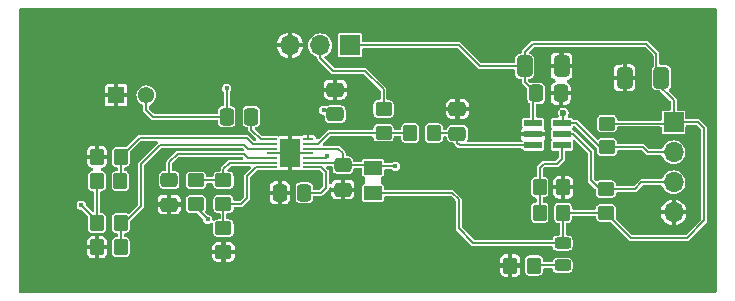
<source format=gbr>
%TF.GenerationSoftware,KiCad,Pcbnew,8.0.3-8.0.3-0~ubuntu24.04.1*%
%TF.CreationDate,2024-07-26T22:38:26-04:00*%
%TF.ProjectId,Microphone_ADC,4d696372-6f70-4686-9f6e-655f4144432e,rev?*%
%TF.SameCoordinates,Original*%
%TF.FileFunction,Copper,L1,Top*%
%TF.FilePolarity,Positive*%
%FSLAX46Y46*%
G04 Gerber Fmt 4.6, Leading zero omitted, Abs format (unit mm)*
G04 Created by KiCad (PCBNEW 8.0.3-8.0.3-0~ubuntu24.04.1) date 2024-07-26 22:38:26*
%MOMM*%
%LPD*%
G01*
G04 APERTURE LIST*
G04 Aperture macros list*
%AMRoundRect*
0 Rectangle with rounded corners*
0 $1 Rounding radius*
0 $2 $3 $4 $5 $6 $7 $8 $9 X,Y pos of 4 corners*
0 Add a 4 corners polygon primitive as box body*
4,1,4,$2,$3,$4,$5,$6,$7,$8,$9,$2,$3,0*
0 Add four circle primitives for the rounded corners*
1,1,$1+$1,$2,$3*
1,1,$1+$1,$4,$5*
1,1,$1+$1,$6,$7*
1,1,$1+$1,$8,$9*
0 Add four rect primitives between the rounded corners*
20,1,$1+$1,$2,$3,$4,$5,0*
20,1,$1+$1,$4,$5,$6,$7,0*
20,1,$1+$1,$6,$7,$8,$9,0*
20,1,$1+$1,$8,$9,$2,$3,0*%
G04 Aperture macros list end*
%TA.AperFunction,SMDPad,CuDef*%
%ADD10RoundRect,0.250000X-0.475000X0.337500X-0.475000X-0.337500X0.475000X-0.337500X0.475000X0.337500X0*%
%TD*%
%TA.AperFunction,SMDPad,CuDef*%
%ADD11RoundRect,0.250000X0.350000X0.450000X-0.350000X0.450000X-0.350000X-0.450000X0.350000X-0.450000X0*%
%TD*%
%TA.AperFunction,SMDPad,CuDef*%
%ADD12RoundRect,0.250000X0.412500X0.650000X-0.412500X0.650000X-0.412500X-0.650000X0.412500X-0.650000X0*%
%TD*%
%TA.AperFunction,SMDPad,CuDef*%
%ADD13RoundRect,0.250000X-0.450000X0.350000X-0.450000X-0.350000X0.450000X-0.350000X0.450000X0.350000X0*%
%TD*%
%TA.AperFunction,SMDPad,CuDef*%
%ADD14RoundRect,0.243750X0.456250X-0.243750X0.456250X0.243750X-0.456250X0.243750X-0.456250X-0.243750X0*%
%TD*%
%TA.AperFunction,SMDPad,CuDef*%
%ADD15R,1.524000X0.584200*%
%TD*%
%TA.AperFunction,SMDPad,CuDef*%
%ADD16R,0.812800X0.203200*%
%TD*%
%TA.AperFunction,SMDPad,CuDef*%
%ADD17R,1.701800X2.387600*%
%TD*%
%TA.AperFunction,SMDPad,CuDef*%
%ADD18RoundRect,0.250000X-0.337500X-0.475000X0.337500X-0.475000X0.337500X0.475000X-0.337500X0.475000X0*%
%TD*%
%TA.AperFunction,SMDPad,CuDef*%
%ADD19R,1.500800X1.158800*%
%TD*%
%TA.AperFunction,ComponentPad*%
%ADD20R,1.700000X1.700000*%
%TD*%
%TA.AperFunction,ComponentPad*%
%ADD21O,1.700000X1.700000*%
%TD*%
%TA.AperFunction,SMDPad,CuDef*%
%ADD22RoundRect,0.250000X0.475000X-0.337500X0.475000X0.337500X-0.475000X0.337500X-0.475000X-0.337500X0*%
%TD*%
%TA.AperFunction,SMDPad,CuDef*%
%ADD23RoundRect,0.250000X0.450000X-0.350000X0.450000X0.350000X-0.450000X0.350000X-0.450000X-0.350000X0*%
%TD*%
%TA.AperFunction,ComponentPad*%
%ADD24R,1.378000X1.378000*%
%TD*%
%TA.AperFunction,ComponentPad*%
%ADD25C,1.378000*%
%TD*%
%TA.AperFunction,SMDPad,CuDef*%
%ADD26RoundRect,0.250000X0.337500X0.475000X-0.337500X0.475000X-0.337500X-0.475000X0.337500X-0.475000X0*%
%TD*%
%TA.AperFunction,SMDPad,CuDef*%
%ADD27RoundRect,0.250000X-0.350000X-0.450000X0.350000X-0.450000X0.350000X0.450000X-0.350000X0.450000X0*%
%TD*%
%TA.AperFunction,ViaPad*%
%ADD28C,0.450000*%
%TD*%
%TA.AperFunction,ViaPad*%
%ADD29C,0.600000*%
%TD*%
%TA.AperFunction,Conductor*%
%ADD30C,0.200000*%
%TD*%
G04 APERTURE END LIST*
D10*
%TO.P,C9,1*%
%TO.N,GND*%
X149200000Y-89512500D03*
%TO.P,C9,2*%
%TO.N,Net-(U1-VIN)*%
X149200000Y-91587500D03*
%TD*%
D11*
%TO.P,R5,1*%
%TO.N,Net-(U1-VIN)*%
X147200000Y-91550000D03*
%TO.P,R5,2*%
%TO.N,Net-(U2-MICOUT)*%
X145200000Y-91550000D03*
%TD*%
D12*
%TO.P,C4,1*%
%TO.N,+3.3V*%
X166474100Y-86855450D03*
%TO.P,C4,2*%
%TO.N,GND*%
X163349100Y-86855450D03*
%TD*%
D13*
%TO.P,R4,1*%
%TO.N,/SCL*%
X161750000Y-96280000D03*
%TO.P,R4,2*%
%TO.N,+3.3V*%
X161750000Y-98280000D03*
%TD*%
%TO.P,R1,1*%
%TO.N,Net-(U2-MICBIAS)*%
X127037500Y-95550000D03*
%TO.P,R1,2*%
%TO.N,Net-(C1-Pad2)*%
X127037500Y-97550000D03*
%TD*%
D14*
%TO.P,D1,1,K*%
%TO.N,Net-(D1-K)*%
X158100000Y-102730000D03*
%TO.P,D1,2,A*%
%TO.N,+3.3V*%
X158100000Y-100855000D03*
%TD*%
D10*
%TO.P,C7,1*%
%TO.N,VDDA*%
X139500000Y-94250000D03*
%TO.P,C7,2*%
%TO.N,GND*%
X139500000Y-96325000D03*
%TD*%
D15*
%TO.P,U1,1,VA*%
%TO.N,+3.3V*%
X155611600Y-90680000D03*
%TO.P,U1,2,GND*%
%TO.N,GND*%
X155611600Y-91630001D03*
%TO.P,U1,3,VIN*%
%TO.N,Net-(U1-VIN)*%
X155611600Y-92580002D03*
%TO.P,U1,4,ADDR*%
%TO.N,Net-(U1-ADDR)*%
X158050000Y-92580002D03*
%TO.P,U1,5,SCL*%
%TO.N,/SCL*%
X158050000Y-91630001D03*
%TO.P,U1,6,SDA*%
%TO.N,/SDA*%
X158050000Y-90680000D03*
%TD*%
D16*
%TO.P,U2,1,CT*%
%TO.N,Net-(U2-CT)*%
X136586300Y-94450000D03*
%TO.P,U2,2,\u002ASHDN*%
%TO.N,VDDA*%
X136586300Y-94050001D03*
%TO.P,U2,3,CG*%
%TO.N,Net-(U2-CG)*%
X136586300Y-93649999D03*
%TO.P,U2,4,NC*%
%TO.N,GND*%
X136586300Y-93250000D03*
%TO.P,U2,5,VDD*%
%TO.N,VDDA*%
X136586300Y-92850001D03*
%TO.P,U2,6,MICOUT*%
%TO.N,Net-(U2-MICOUT)*%
X136586300Y-92449999D03*
%TO.P,U2,7,GND*%
%TO.N,GND*%
X136586300Y-92050000D03*
%TO.P,U2,8,MICIN*%
%TO.N,Net-(U2-MICIN)*%
X133487500Y-92050000D03*
%TO.P,U2,9,A/R*%
%TO.N,/A{slash}R*%
X133487500Y-92449999D03*
%TO.P,U2,10,GAIN*%
%TO.N,/Gain*%
X133487500Y-92850001D03*
%TO.P,U2,11,NC*%
%TO.N,GND*%
X133487500Y-93250000D03*
%TO.P,U2,12,BIAS*%
%TO.N,Net-(U2-BIAS)*%
X133487500Y-93649999D03*
%TO.P,U2,13,MICBIAS*%
%TO.N,Net-(U2-MICBIAS)*%
X133487500Y-94050001D03*
%TO.P,U2,14,TH*%
%TO.N,Net-(U2-TH)*%
X133487500Y-94450000D03*
D17*
%TO.P,U2,15,EP*%
%TO.N,GND*%
X135036900Y-93250000D03*
%TD*%
D18*
%TO.P,C5,1*%
%TO.N,+3.3V*%
X155862500Y-88180000D03*
%TO.P,C5,2*%
%TO.N,GND*%
X157937500Y-88180000D03*
%TD*%
D13*
%TO.P,R2,1*%
%TO.N,Net-(U2-TH)*%
X129387500Y-99600000D03*
%TO.P,R2,2*%
%TO.N,GND*%
X129387500Y-101600000D03*
%TD*%
D11*
%TO.P,R13,1*%
%TO.N,+3.3V*%
X158150000Y-98280000D03*
%TO.P,R13,2*%
%TO.N,Net-(U1-ADDR)*%
X156150000Y-98280000D03*
%TD*%
D19*
%TO.P,L1,1,1*%
%TO.N,VDDA*%
X142050000Y-94458100D03*
%TO.P,L1,2,2*%
%TO.N,+3.3V*%
X142050000Y-96616900D03*
%TD*%
D20*
%TO.P,J3,1,Pin_1*%
%TO.N,+3.3V*%
X140112500Y-84100000D03*
D21*
%TO.P,J3,2,Pin_2*%
%TO.N,Net-(J3-Pin_2)*%
X137572500Y-84100000D03*
%TO.P,J3,3,Pin_3*%
%TO.N,GND*%
X135032500Y-84100000D03*
%TD*%
D22*
%TO.P,C6,1*%
%TO.N,Net-(U2-CG)*%
X138850000Y-89937500D03*
%TO.P,C6,2*%
%TO.N,GND*%
X138850000Y-87862500D03*
%TD*%
D23*
%TO.P,R14,1*%
%TO.N,Net-(U2-TH)*%
X129387500Y-97550000D03*
%TO.P,R14,2*%
%TO.N,Net-(U2-MICBIAS)*%
X129387500Y-95550000D03*
%TD*%
D24*
%TO.P,MK1,1*%
%TO.N,GND*%
X120317500Y-88350000D03*
D25*
%TO.P,MK1,2*%
%TO.N,Net-(C1-Pad2)*%
X122857500Y-88350000D03*
%TD*%
D11*
%TO.P,R15,1*%
%TO.N,/Gain*%
X120687500Y-101200000D03*
%TO.P,R15,2*%
%TO.N,GND*%
X118687500Y-101200000D03*
%TD*%
D26*
%TO.P,C3,1*%
%TO.N,Net-(U2-CT)*%
X136225000Y-96600000D03*
%TO.P,C3,2*%
%TO.N,GND*%
X134150000Y-96600000D03*
%TD*%
D12*
%TO.P,C8,1*%
%TO.N,GND*%
X158012500Y-85880000D03*
%TO.P,C8,2*%
%TO.N,+3.3V*%
X154887500Y-85880000D03*
%TD*%
D26*
%TO.P,C1,1*%
%TO.N,Net-(U2-MICIN)*%
X131737500Y-90150000D03*
%TO.P,C1,2*%
%TO.N,Net-(C1-Pad2)*%
X129662500Y-90150000D03*
%TD*%
D27*
%TO.P,R11,1*%
%TO.N,GND*%
X153674100Y-102755450D03*
%TO.P,R11,2*%
%TO.N,Net-(D1-K)*%
X155674100Y-102755450D03*
%TD*%
D23*
%TO.P,R20,1*%
%TO.N,Net-(U2-MICOUT)*%
X142937500Y-91500000D03*
%TO.P,R20,2*%
%TO.N,Net-(J3-Pin_2)*%
X142937500Y-89500000D03*
%TD*%
D11*
%TO.P,R17,1*%
%TO.N,/A{slash}R*%
X120687500Y-93550000D03*
%TO.P,R17,2*%
%TO.N,GND*%
X118687500Y-93550000D03*
%TD*%
D27*
%TO.P,R16,1*%
%TO.N,VDDA*%
X118687500Y-99150000D03*
%TO.P,R16,2*%
%TO.N,/Gain*%
X120687500Y-99150000D03*
%TD*%
D10*
%TO.P,C2,1*%
%TO.N,Net-(U2-BIAS)*%
X124787500Y-95512500D03*
%TO.P,C2,2*%
%TO.N,GND*%
X124787500Y-97587500D03*
%TD*%
D27*
%TO.P,R12,1*%
%TO.N,Net-(U1-ADDR)*%
X156150000Y-96130000D03*
%TO.P,R12,2*%
%TO.N,GND*%
X158150000Y-96130000D03*
%TD*%
D23*
%TO.P,R3,1*%
%TO.N,/SDA*%
X161850000Y-92730000D03*
%TO.P,R3,2*%
%TO.N,+3.3V*%
X161850000Y-90730000D03*
%TD*%
D20*
%TO.P,J1,1,Pin_1*%
%TO.N,+3.3V*%
X167500000Y-90630000D03*
D21*
%TO.P,J1,2,Pin_2*%
%TO.N,/SDA*%
X167500000Y-93170000D03*
%TO.P,J1,3,Pin_3*%
%TO.N,/SCL*%
X167500000Y-95710000D03*
%TO.P,J1,4,Pin_4*%
%TO.N,GND*%
X167500000Y-98250000D03*
%TD*%
D27*
%TO.P,R18,1*%
%TO.N,VDDA*%
X118668700Y-95591400D03*
%TO.P,R18,2*%
%TO.N,/A{slash}R*%
X120668700Y-95591400D03*
%TD*%
D28*
%TO.N,GND*%
X147050000Y-90100000D03*
X145850000Y-89950000D03*
X144800000Y-90050000D03*
X150950000Y-91950000D03*
X151800000Y-92050000D03*
X152750000Y-92000000D03*
X153050000Y-93250000D03*
X151850000Y-93250000D03*
X150100000Y-93300000D03*
X148550000Y-93050000D03*
X147350000Y-93050000D03*
X144950000Y-92900000D03*
X144050000Y-92900000D03*
X139750000Y-92100000D03*
X135537500Y-92350000D03*
D29*
X163600000Y-94580000D03*
D28*
X152974100Y-91105450D03*
X136600000Y-91200000D03*
X123300000Y-90950000D03*
X141200000Y-90750000D03*
D29*
X159200000Y-94280000D03*
D28*
X126350000Y-89100000D03*
X124950000Y-90900000D03*
X141450000Y-92100000D03*
X134487500Y-92350000D03*
X134487500Y-93200000D03*
X140650000Y-92100000D03*
X152324100Y-90705450D03*
X128300000Y-89100000D03*
X134487500Y-94100000D03*
X124300000Y-88800000D03*
X128450000Y-90900000D03*
X153724100Y-91655450D03*
X122450000Y-90700000D03*
X133250000Y-89300000D03*
X130850000Y-91450000D03*
X140250000Y-90700000D03*
D29*
X160100000Y-85930000D03*
D28*
X121900000Y-89700000D03*
D29*
X162950000Y-85530000D03*
D28*
X126600000Y-91000000D03*
X143000000Y-92750000D03*
D29*
X163000000Y-88980000D03*
D28*
X125300000Y-88950000D03*
X133200000Y-90450000D03*
X135537500Y-94100000D03*
X135487500Y-93250000D03*
X127300000Y-89100000D03*
X129311779Y-91458175D03*
D29*
X159300000Y-88180000D03*
D28*
X132200000Y-88600000D03*
D29*
X159650000Y-96180000D03*
%TO.N,/SDA*%
X158150000Y-89830000D03*
D28*
%TO.N,Net-(C1-Pad2)*%
X129650000Y-87750000D03*
X128050000Y-98850000D03*
%TO.N,Net-(U2-CG)*%
X137900000Y-89600000D03*
X138187500Y-93500000D03*
%TO.N,VDDA*%
X143950000Y-94350000D03*
X117350000Y-97650000D03*
%TD*%
D30*
%TO.N,+3.3V*%
X154887500Y-85880000D02*
X151130000Y-85880000D01*
X151130000Y-85880000D02*
X149350000Y-84100000D01*
X149350000Y-84100000D02*
X140112500Y-84100000D01*
X142050000Y-96616900D02*
X148766900Y-96616900D01*
X148766900Y-96616900D02*
X149300000Y-97150000D01*
X149300000Y-97150000D02*
X149300000Y-99600000D01*
X150555000Y-100855000D02*
X158100000Y-100855000D01*
X149300000Y-99600000D02*
X150555000Y-100855000D01*
%TO.N,GND*%
X133487500Y-93250000D02*
X134437500Y-93250000D01*
X134437500Y-93250000D02*
X134487500Y-93200000D01*
X136586300Y-93250000D02*
X135487500Y-93250000D01*
%TO.N,Net-(U1-VIN)*%
X155611600Y-92580002D02*
X149380002Y-92580002D01*
X149380002Y-92580002D02*
X149200000Y-92400000D01*
X149200000Y-91587500D02*
X149200000Y-92400000D01*
X147200000Y-91550000D02*
X149162500Y-91550000D01*
X149162500Y-91550000D02*
X149200000Y-91587500D01*
%TO.N,Net-(U2-MICOUT)*%
X142937500Y-91500000D02*
X145150000Y-91500000D01*
X145150000Y-91500000D02*
X145200000Y-91550000D01*
%TO.N,GND*%
X136586300Y-91213700D02*
X136600000Y-91200000D01*
X136586300Y-92050000D02*
X136586300Y-91213700D01*
%TO.N,+3.3V*%
X166050000Y-87280000D02*
X166050000Y-84830000D01*
X165200000Y-83980000D02*
X155600000Y-83980000D01*
X168600000Y-100430000D02*
X170100000Y-98930000D01*
X167500000Y-90630000D02*
X167500000Y-88730000D01*
X155850000Y-88180000D02*
X154887500Y-87217500D01*
X154887500Y-84692500D02*
X154887500Y-85880000D01*
X158150000Y-98280000D02*
X161750000Y-98280000D01*
X167500000Y-88730000D02*
X166050000Y-87280000D01*
X158150000Y-100805000D02*
X158100000Y-100855000D01*
X158150000Y-98280000D02*
X158150000Y-100805000D01*
X170100000Y-91130000D02*
X169600000Y-90630000D01*
X170100000Y-98930000D02*
X170100000Y-91130000D01*
X166050000Y-84830000D02*
X165200000Y-83980000D01*
X155611600Y-90680000D02*
X155611600Y-88430900D01*
X161750000Y-98280000D02*
X163900000Y-100430000D01*
X155611600Y-88430900D02*
X155862500Y-88180000D01*
X167400000Y-90730000D02*
X167500000Y-90630000D01*
X169600000Y-90630000D02*
X167500000Y-90630000D01*
X163900000Y-100430000D02*
X168600000Y-100430000D01*
X155862500Y-88180000D02*
X155850000Y-88180000D01*
X155611598Y-90679998D02*
X155611600Y-90680000D01*
X161850000Y-90730000D02*
X167400000Y-90730000D01*
X154887500Y-87217500D02*
X154887500Y-85880000D01*
X155600000Y-83980000D02*
X154887500Y-84692500D01*
%TO.N,Net-(D1-K)*%
X155674100Y-102755450D02*
X155699550Y-102730000D01*
X155699550Y-102730000D02*
X158100000Y-102730000D01*
%TO.N,Net-(U2-MICIN)*%
X132550000Y-92050000D02*
X133487500Y-92050000D01*
X131737500Y-91237500D02*
X132550000Y-92050000D01*
X131737500Y-90150000D02*
X131737500Y-91237500D01*
%TO.N,Net-(U2-MICOUT)*%
X137400001Y-92449999D02*
X138287500Y-91562500D01*
X138287500Y-91562500D02*
X142875000Y-91562500D01*
X142875000Y-91562500D02*
X142937500Y-91500000D01*
%TO.N,Net-(U1-VIN)*%
X155537047Y-92505449D02*
X155611600Y-92580002D01*
%TO.N,Net-(U2-MICOUT)*%
X136586300Y-92449999D02*
X137400001Y-92449999D01*
%TO.N,Net-(U1-ADDR)*%
X158050000Y-92580002D02*
X158050000Y-93730000D01*
X156150000Y-94480000D02*
X156150000Y-96130000D01*
X156500000Y-94130000D02*
X156150000Y-94480000D01*
X158050000Y-93730000D02*
X157650000Y-94130000D01*
X157650000Y-94130000D02*
X156500000Y-94130000D01*
X156150000Y-96130000D02*
X156150000Y-98280000D01*
%TO.N,/SCL*%
X167500000Y-95710000D02*
X164770000Y-95710000D01*
X160500000Y-93118001D02*
X160500000Y-95530000D01*
X159012000Y-91630001D02*
X160500000Y-93118001D01*
X158050000Y-91630001D02*
X159012000Y-91630001D01*
X161250000Y-96280000D02*
X161750000Y-96280000D01*
X164200000Y-96280000D02*
X161750000Y-96280000D01*
X160500000Y-95530000D02*
X161250000Y-96280000D01*
X164770000Y-95710000D02*
X164200000Y-96280000D01*
%TO.N,/SDA*%
X159250000Y-90680000D02*
X161300000Y-92730000D01*
X161850000Y-92730000D02*
X164900000Y-92730000D01*
X158150000Y-90580000D02*
X158050000Y-90680000D01*
X164900000Y-92730000D02*
X165340000Y-93170000D01*
X161300000Y-92730000D02*
X161850000Y-92730000D01*
X158150000Y-89830000D02*
X158150000Y-90580000D01*
X158050000Y-90680000D02*
X159250000Y-90680000D01*
X165340000Y-93170000D02*
X167500000Y-93170000D01*
%TO.N,Net-(C1-Pad2)*%
X129650000Y-87750000D02*
X129662500Y-87762500D01*
X123387500Y-90150000D02*
X129662500Y-90150000D01*
X129662500Y-87762500D02*
X129662500Y-90150000D01*
X127037500Y-97550000D02*
X127037500Y-97837500D01*
X122857500Y-89620000D02*
X123387500Y-90150000D01*
X122857500Y-88350000D02*
X122857500Y-89620000D01*
X127037500Y-97837500D02*
X128050000Y-98850000D01*
%TO.N,Net-(U2-BIAS)*%
X124787500Y-94012500D02*
X124787500Y-95512500D01*
X131449999Y-93649999D02*
X131100000Y-93300000D01*
X133487500Y-93649999D02*
X131449999Y-93649999D01*
X131100000Y-93300000D02*
X125500000Y-93300000D01*
X125500000Y-93300000D02*
X124787500Y-94012500D01*
%TO.N,Net-(U2-CT)*%
X138087500Y-96150000D02*
X138087500Y-94850000D01*
X138087500Y-94850000D02*
X137687500Y-94450000D01*
X137687500Y-94450000D02*
X136586300Y-94450000D01*
X136225000Y-96600000D02*
X137637500Y-96600000D01*
X137637500Y-96600000D02*
X138087500Y-96150000D01*
%TO.N,Net-(U2-CG)*%
X138512500Y-89600000D02*
X138850000Y-89937500D01*
X136586300Y-93649999D02*
X138037501Y-93649999D01*
X138037501Y-93649999D02*
X138187500Y-93500000D01*
X137900000Y-89600000D02*
X138512500Y-89600000D01*
%TO.N,VDDA*%
X118687500Y-99150000D02*
X118687500Y-95610200D01*
X139500000Y-94250000D02*
X141841900Y-94250000D01*
X143950000Y-94350000D02*
X142158100Y-94350000D01*
X139500000Y-93250000D02*
X139500000Y-94250000D01*
X136586300Y-94050001D02*
X139300001Y-94050001D01*
X139100001Y-92850001D02*
X139500000Y-93250000D01*
X139500000Y-94250000D02*
X140100000Y-94250000D01*
X136586300Y-92850001D02*
X139100001Y-92850001D01*
X142158100Y-94350000D02*
X142050000Y-94458100D01*
X118687500Y-99150000D02*
X118687500Y-98987500D01*
X139300001Y-94050001D02*
X139500000Y-94250000D01*
X118687500Y-95610200D02*
X118668700Y-95591400D01*
X141841900Y-94250000D02*
X142050000Y-94458100D01*
X118687500Y-98987500D02*
X117350000Y-97650000D01*
%TO.N,Net-(U2-MICBIAS)*%
X129387500Y-94600000D02*
X129937499Y-94050001D01*
X127037500Y-95550000D02*
X129387500Y-95550000D01*
X129387500Y-95550000D02*
X129387500Y-94600000D01*
X129937499Y-94050001D02*
X133487500Y-94050001D01*
%TO.N,Net-(U2-TH)*%
X131387500Y-95162500D02*
X132100000Y-94450000D01*
X129387500Y-97550000D02*
X130837500Y-97550000D01*
X132100000Y-94450000D02*
X133487500Y-94450000D01*
X130837500Y-97550000D02*
X131387500Y-97000000D01*
X131387500Y-97000000D02*
X131387500Y-95162500D01*
X129387500Y-99600000D02*
X129387500Y-97550000D01*
%TO.N,/Gain*%
X131150000Y-92550000D02*
X131450001Y-92850001D01*
X122387500Y-97750000D02*
X122387500Y-94200000D01*
X120687500Y-101200000D02*
X120687500Y-99150000D01*
X131450001Y-92850001D02*
X133487500Y-92850001D01*
X124037500Y-92550000D02*
X131150000Y-92550000D01*
X122387500Y-94200000D02*
X124037500Y-92550000D01*
X120687500Y-99150000D02*
X120987500Y-99150000D01*
X120987500Y-99150000D02*
X122387500Y-97750000D01*
%TO.N,/A{slash}R*%
X131849999Y-92449999D02*
X131350000Y-91950000D01*
X122287500Y-91950000D02*
X120687500Y-93550000D01*
X120687500Y-93550000D02*
X120687500Y-95572600D01*
X133487500Y-92449999D02*
X131849999Y-92449999D01*
X120687500Y-95572600D02*
X120668700Y-95591400D01*
X131350000Y-91950000D02*
X122287500Y-91950000D01*
%TO.N,Net-(J3-Pin_2)*%
X137572500Y-85172500D02*
X137572500Y-84100000D01*
X142937500Y-89500000D02*
X142937500Y-87850000D01*
X138700000Y-86300000D02*
X137572500Y-85172500D01*
X142937500Y-87850000D02*
X141387500Y-86300000D01*
X141387500Y-86300000D02*
X138700000Y-86300000D01*
%TD*%
%TA.AperFunction,Conductor*%
%TO.N,GND*%
G36*
X171092539Y-80970185D02*
G01*
X171138294Y-81022989D01*
X171149500Y-81074500D01*
X171149500Y-104925500D01*
X171129815Y-104992539D01*
X171077011Y-105038294D01*
X171025500Y-105049500D01*
X112174500Y-105049500D01*
X112107461Y-105029815D01*
X112061706Y-104977011D01*
X112050500Y-104925500D01*
X112050500Y-103253294D01*
X152824100Y-103253294D01*
X152830501Y-103312822D01*
X152830503Y-103312829D01*
X152880745Y-103447536D01*
X152880749Y-103447543D01*
X152966909Y-103562637D01*
X152966912Y-103562640D01*
X153082006Y-103648800D01*
X153082013Y-103648804D01*
X153216720Y-103699046D01*
X153216727Y-103699048D01*
X153276255Y-103705449D01*
X153276272Y-103705450D01*
X153499100Y-103705450D01*
X153849100Y-103705450D01*
X154071928Y-103705450D01*
X154071944Y-103705449D01*
X154131472Y-103699048D01*
X154131479Y-103699046D01*
X154266186Y-103648804D01*
X154266193Y-103648800D01*
X154381287Y-103562640D01*
X154381290Y-103562637D01*
X154467450Y-103447543D01*
X154467454Y-103447536D01*
X154517696Y-103312829D01*
X154517698Y-103312822D01*
X154524099Y-103253294D01*
X154524100Y-103253277D01*
X154524100Y-102930450D01*
X153849100Y-102930450D01*
X153849100Y-103705450D01*
X153499100Y-103705450D01*
X153499100Y-102930450D01*
X152824100Y-102930450D01*
X152824100Y-103253294D01*
X112050500Y-103253294D01*
X112050500Y-101697844D01*
X117837500Y-101697844D01*
X117843901Y-101757372D01*
X117843903Y-101757379D01*
X117894145Y-101892086D01*
X117894149Y-101892093D01*
X117980309Y-102007187D01*
X117980312Y-102007190D01*
X118095406Y-102093350D01*
X118095413Y-102093354D01*
X118230120Y-102143596D01*
X118230127Y-102143598D01*
X118289655Y-102149999D01*
X118289672Y-102150000D01*
X118512500Y-102150000D01*
X118862500Y-102150000D01*
X119085328Y-102150000D01*
X119085344Y-102149999D01*
X119144872Y-102143598D01*
X119144879Y-102143596D01*
X119279586Y-102093354D01*
X119279593Y-102093350D01*
X119394687Y-102007190D01*
X119394690Y-102007187D01*
X119480850Y-101892093D01*
X119480854Y-101892086D01*
X119531096Y-101757379D01*
X119531098Y-101757372D01*
X119537499Y-101697844D01*
X119537500Y-101697827D01*
X119537500Y-101375000D01*
X118862500Y-101375000D01*
X118862500Y-102150000D01*
X118512500Y-102150000D01*
X118512500Y-101375000D01*
X117837500Y-101375000D01*
X117837500Y-101697844D01*
X112050500Y-101697844D01*
X112050500Y-100702155D01*
X117837500Y-100702155D01*
X117837500Y-101025000D01*
X118512500Y-101025000D01*
X118862500Y-101025000D01*
X119537500Y-101025000D01*
X119537500Y-100702172D01*
X119537499Y-100702155D01*
X119531098Y-100642627D01*
X119531096Y-100642620D01*
X119480854Y-100507913D01*
X119480850Y-100507906D01*
X119394690Y-100392812D01*
X119394687Y-100392809D01*
X119279593Y-100306649D01*
X119279586Y-100306645D01*
X119144879Y-100256403D01*
X119144872Y-100256401D01*
X119085344Y-100250000D01*
X118862500Y-100250000D01*
X118862500Y-101025000D01*
X118512500Y-101025000D01*
X118512500Y-100250000D01*
X118289655Y-100250000D01*
X118230127Y-100256401D01*
X118230120Y-100256403D01*
X118095413Y-100306645D01*
X118095406Y-100306649D01*
X117980312Y-100392809D01*
X117980309Y-100392812D01*
X117894149Y-100507906D01*
X117894145Y-100507913D01*
X117843903Y-100642620D01*
X117843901Y-100642627D01*
X117837500Y-100702155D01*
X112050500Y-100702155D01*
X112050500Y-97649996D01*
X116944508Y-97649996D01*
X116944508Y-97650003D01*
X116964352Y-97775300D01*
X116964352Y-97775301D01*
X116979331Y-97804698D01*
X117021950Y-97888342D01*
X117021952Y-97888344D01*
X117021954Y-97888347D01*
X117111652Y-97978045D01*
X117111654Y-97978046D01*
X117111658Y-97978050D01*
X117224696Y-98035646D01*
X117224697Y-98035646D01*
X117224699Y-98035647D01*
X117359638Y-98057019D01*
X117359434Y-98058300D01*
X117416908Y-98075177D01*
X117437550Y-98091811D01*
X117902882Y-98557142D01*
X117936367Y-98618465D01*
X117937674Y-98664221D01*
X117937000Y-98668476D01*
X117937000Y-99631517D01*
X117947792Y-99699657D01*
X117951854Y-99725304D01*
X118009450Y-99838342D01*
X118009452Y-99838344D01*
X118009454Y-99838347D01*
X118099152Y-99928045D01*
X118099154Y-99928046D01*
X118099158Y-99928050D01*
X118204106Y-99981524D01*
X118212198Y-99985647D01*
X118305975Y-100000499D01*
X118305981Y-100000500D01*
X119069018Y-100000499D01*
X119162804Y-99985646D01*
X119275842Y-99928050D01*
X119365550Y-99838342D01*
X119423146Y-99725304D01*
X119423146Y-99725302D01*
X119423147Y-99725301D01*
X119437999Y-99631524D01*
X119438000Y-99631519D01*
X119437999Y-98668482D01*
X119423146Y-98574696D01*
X119365550Y-98461658D01*
X119365546Y-98461654D01*
X119365545Y-98461652D01*
X119275847Y-98371954D01*
X119275844Y-98371952D01*
X119275842Y-98371950D01*
X119199017Y-98332805D01*
X119162801Y-98314352D01*
X119069024Y-98299500D01*
X119069019Y-98299500D01*
X119062000Y-98299500D01*
X118994961Y-98279815D01*
X118949206Y-98227011D01*
X118938000Y-98175500D01*
X118938000Y-96565355D01*
X118957685Y-96498316D01*
X119010489Y-96452561D01*
X119045536Y-96443485D01*
X119045406Y-96442661D01*
X119050217Y-96441899D01*
X119050218Y-96441899D01*
X119144004Y-96427046D01*
X119257042Y-96369450D01*
X119346750Y-96279742D01*
X119404346Y-96166704D01*
X119404346Y-96166702D01*
X119404347Y-96166701D01*
X119419199Y-96072924D01*
X119419200Y-96072919D01*
X119419199Y-95109882D01*
X119419198Y-95109875D01*
X119918200Y-95109875D01*
X119918200Y-96072917D01*
X119922517Y-96100172D01*
X119933054Y-96166704D01*
X119990650Y-96279742D01*
X119990652Y-96279744D01*
X119990654Y-96279747D01*
X120080352Y-96369445D01*
X120080354Y-96369446D01*
X120080358Y-96369450D01*
X120189381Y-96425000D01*
X120193398Y-96427047D01*
X120287175Y-96441899D01*
X120287181Y-96441900D01*
X121050218Y-96441899D01*
X121144004Y-96427046D01*
X121257042Y-96369450D01*
X121346750Y-96279742D01*
X121404346Y-96166704D01*
X121404346Y-96166702D01*
X121404347Y-96166701D01*
X121419199Y-96072924D01*
X121419200Y-96072919D01*
X121419199Y-95109882D01*
X121404346Y-95016096D01*
X121346750Y-94903058D01*
X121346746Y-94903054D01*
X121346745Y-94903052D01*
X121257047Y-94813354D01*
X121257044Y-94813352D01*
X121257042Y-94813350D01*
X121180217Y-94774205D01*
X121144001Y-94755752D01*
X121045407Y-94740137D01*
X121045659Y-94738543D01*
X120986974Y-94716171D01*
X120945508Y-94659936D01*
X120938000Y-94617443D01*
X120938000Y-94524499D01*
X120957685Y-94457460D01*
X121010489Y-94411705D01*
X121062000Y-94400499D01*
X121069017Y-94400499D01*
X121069018Y-94400499D01*
X121162804Y-94385646D01*
X121275842Y-94328050D01*
X121365550Y-94238342D01*
X121423146Y-94125304D01*
X121423146Y-94125302D01*
X121423147Y-94125301D01*
X121437999Y-94031524D01*
X121438000Y-94031519D01*
X121437999Y-93205121D01*
X121457683Y-93138083D01*
X121474313Y-93117446D01*
X122354941Y-92236819D01*
X122416264Y-92203334D01*
X122442622Y-92200500D01*
X123733377Y-92200500D01*
X123800416Y-92220185D01*
X123846171Y-92272989D01*
X123856115Y-92342147D01*
X123827090Y-92405703D01*
X123821058Y-92412181D01*
X122175137Y-94058101D01*
X122175136Y-94058102D01*
X122137000Y-94150170D01*
X122137000Y-97594876D01*
X122117315Y-97661915D01*
X122100681Y-97682557D01*
X121429177Y-98354060D01*
X121367854Y-98387545D01*
X121298162Y-98382561D01*
X121284992Y-98375486D01*
X121284537Y-98376381D01*
X121275843Y-98371951D01*
X121275842Y-98371950D01*
X121206892Y-98336818D01*
X121162801Y-98314352D01*
X121069024Y-98299500D01*
X120305982Y-98299500D01*
X120225019Y-98312323D01*
X120212196Y-98314354D01*
X120099158Y-98371950D01*
X120099157Y-98371951D01*
X120099152Y-98371954D01*
X120009454Y-98461652D01*
X120009451Y-98461657D01*
X120009450Y-98461658D01*
X119990251Y-98499337D01*
X119951852Y-98574698D01*
X119937000Y-98668475D01*
X119937000Y-99631517D01*
X119947792Y-99699657D01*
X119951854Y-99725304D01*
X120009450Y-99838342D01*
X120009452Y-99838344D01*
X120009454Y-99838347D01*
X120099152Y-99928045D01*
X120099154Y-99928046D01*
X120099158Y-99928050D01*
X120204106Y-99981524D01*
X120212198Y-99985647D01*
X120305973Y-100000499D01*
X120305975Y-100000499D01*
X120305981Y-100000500D01*
X120312993Y-100000499D01*
X120380031Y-100020178D01*
X120425790Y-100072978D01*
X120437000Y-100124499D01*
X120437000Y-100225500D01*
X120417315Y-100292539D01*
X120364511Y-100338294D01*
X120313010Y-100349500D01*
X120305985Y-100349500D01*
X120233935Y-100360911D01*
X120212196Y-100364354D01*
X120099158Y-100421950D01*
X120099157Y-100421951D01*
X120099152Y-100421954D01*
X120009454Y-100511652D01*
X120009451Y-100511657D01*
X119951852Y-100624698D01*
X119937000Y-100718475D01*
X119937000Y-101681517D01*
X119947792Y-101749657D01*
X119951854Y-101775304D01*
X120009450Y-101888342D01*
X120009452Y-101888344D01*
X120009454Y-101888347D01*
X120099152Y-101978045D01*
X120099154Y-101978046D01*
X120099158Y-101978050D01*
X120212194Y-102035645D01*
X120212198Y-102035647D01*
X120305975Y-102050499D01*
X120305981Y-102050500D01*
X121069018Y-102050499D01*
X121162804Y-102035646D01*
X121236994Y-101997844D01*
X128437500Y-101997844D01*
X128443901Y-102057372D01*
X128443903Y-102057379D01*
X128494145Y-102192086D01*
X128494149Y-102192093D01*
X128580309Y-102307187D01*
X128580312Y-102307190D01*
X128695406Y-102393350D01*
X128695413Y-102393354D01*
X128830120Y-102443596D01*
X128830127Y-102443598D01*
X128889655Y-102449999D01*
X128889672Y-102450000D01*
X129212500Y-102450000D01*
X129562500Y-102450000D01*
X129885328Y-102450000D01*
X129885344Y-102449999D01*
X129944872Y-102443598D01*
X129944879Y-102443596D01*
X130079586Y-102393354D01*
X130079593Y-102393350D01*
X130194687Y-102307190D01*
X130194690Y-102307187D01*
X130231807Y-102257605D01*
X152824100Y-102257605D01*
X152824100Y-102580450D01*
X153499100Y-102580450D01*
X153849100Y-102580450D01*
X154524100Y-102580450D01*
X154524100Y-102273925D01*
X154923600Y-102273925D01*
X154923600Y-103236967D01*
X154933057Y-103296675D01*
X154938454Y-103330754D01*
X154996050Y-103443792D01*
X154996052Y-103443794D01*
X154996054Y-103443797D01*
X155085752Y-103533495D01*
X155085754Y-103533496D01*
X155085758Y-103533500D01*
X155198794Y-103591095D01*
X155198798Y-103591097D01*
X155292575Y-103605949D01*
X155292581Y-103605950D01*
X156055618Y-103605949D01*
X156149404Y-103591096D01*
X156262442Y-103533500D01*
X156352150Y-103443792D01*
X156409746Y-103330754D01*
X156409746Y-103330752D01*
X156409747Y-103330751D01*
X156424600Y-103236974D01*
X156424600Y-103104500D01*
X156444285Y-103037461D01*
X156497089Y-102991706D01*
X156548600Y-102980500D01*
X157139748Y-102980500D01*
X157206787Y-103000185D01*
X157252542Y-103052989D01*
X157262221Y-103085100D01*
X157264121Y-103097096D01*
X157264122Y-103097100D01*
X157320817Y-103208369D01*
X157320824Y-103208378D01*
X157409121Y-103296675D01*
X157409130Y-103296682D01*
X157520399Y-103353377D01*
X157520404Y-103353379D01*
X157612719Y-103368000D01*
X157612724Y-103368000D01*
X158587281Y-103368000D01*
X158679595Y-103353379D01*
X158679597Y-103353378D01*
X158679598Y-103353378D01*
X158790873Y-103296680D01*
X158879180Y-103208373D01*
X158935878Y-103097098D01*
X158935878Y-103097097D01*
X158935879Y-103097095D01*
X158950500Y-103004781D01*
X158950500Y-102455218D01*
X158935879Y-102362904D01*
X158935877Y-102362899D01*
X158879182Y-102251630D01*
X158879175Y-102251621D01*
X158790878Y-102163324D01*
X158790869Y-102163317D01*
X158679600Y-102106622D01*
X158679595Y-102106620D01*
X158587281Y-102092000D01*
X158587276Y-102092000D01*
X157612724Y-102092000D01*
X157612719Y-102092000D01*
X157520404Y-102106620D01*
X157520399Y-102106622D01*
X157409130Y-102163317D01*
X157409121Y-102163324D01*
X157320824Y-102251621D01*
X157320817Y-102251630D01*
X157264122Y-102362899D01*
X157264121Y-102362903D01*
X157262221Y-102374900D01*
X157232291Y-102438034D01*
X157172978Y-102474964D01*
X157139748Y-102479500D01*
X156548599Y-102479500D01*
X156481560Y-102459815D01*
X156435805Y-102407011D01*
X156424599Y-102355500D01*
X156424599Y-102273932D01*
X156421067Y-102251630D01*
X156409746Y-102180146D01*
X156352150Y-102067108D01*
X156352146Y-102067104D01*
X156352145Y-102067102D01*
X156262447Y-101977404D01*
X156262444Y-101977402D01*
X156262442Y-101977400D01*
X156185617Y-101938255D01*
X156149401Y-101919802D01*
X156055624Y-101904950D01*
X155292582Y-101904950D01*
X155211619Y-101917773D01*
X155198796Y-101919804D01*
X155085758Y-101977400D01*
X155085757Y-101977401D01*
X155085752Y-101977404D01*
X154996054Y-102067102D01*
X154996051Y-102067107D01*
X154938452Y-102180148D01*
X154923600Y-102273925D01*
X154524100Y-102273925D01*
X154524100Y-102257622D01*
X154524099Y-102257605D01*
X154517698Y-102198077D01*
X154517696Y-102198070D01*
X154467454Y-102063363D01*
X154467450Y-102063356D01*
X154381290Y-101948262D01*
X154381287Y-101948259D01*
X154266193Y-101862099D01*
X154266186Y-101862095D01*
X154131479Y-101811853D01*
X154131472Y-101811851D01*
X154071944Y-101805450D01*
X153849100Y-101805450D01*
X153849100Y-102580450D01*
X153499100Y-102580450D01*
X153499100Y-101805450D01*
X153276255Y-101805450D01*
X153216727Y-101811851D01*
X153216720Y-101811853D01*
X153082013Y-101862095D01*
X153082006Y-101862099D01*
X152966912Y-101948259D01*
X152966909Y-101948262D01*
X152880749Y-102063356D01*
X152880745Y-102063363D01*
X152830503Y-102198070D01*
X152830501Y-102198077D01*
X152824100Y-102257605D01*
X130231807Y-102257605D01*
X130280850Y-102192093D01*
X130280854Y-102192086D01*
X130331096Y-102057379D01*
X130331098Y-102057372D01*
X130337499Y-101997844D01*
X130337500Y-101997827D01*
X130337500Y-101775000D01*
X129562500Y-101775000D01*
X129562500Y-102450000D01*
X129212500Y-102450000D01*
X129212500Y-101775000D01*
X128437500Y-101775000D01*
X128437500Y-101997844D01*
X121236994Y-101997844D01*
X121275842Y-101978050D01*
X121365550Y-101888342D01*
X121423146Y-101775304D01*
X121423146Y-101775302D01*
X121423147Y-101775301D01*
X121437999Y-101681524D01*
X121438000Y-101681519D01*
X121438000Y-101202155D01*
X128437500Y-101202155D01*
X128437500Y-101425000D01*
X129212500Y-101425000D01*
X129562500Y-101425000D01*
X130337500Y-101425000D01*
X130337500Y-101202172D01*
X130337499Y-101202155D01*
X130331098Y-101142627D01*
X130331096Y-101142620D01*
X130280854Y-101007913D01*
X130280850Y-101007906D01*
X130194690Y-100892812D01*
X130194687Y-100892809D01*
X130079593Y-100806649D01*
X130079586Y-100806645D01*
X129944879Y-100756403D01*
X129944872Y-100756401D01*
X129885344Y-100750000D01*
X129562500Y-100750000D01*
X129562500Y-101425000D01*
X129212500Y-101425000D01*
X129212500Y-100750000D01*
X128889655Y-100750000D01*
X128830127Y-100756401D01*
X128830120Y-100756403D01*
X128695413Y-100806645D01*
X128695406Y-100806649D01*
X128580312Y-100892809D01*
X128580309Y-100892812D01*
X128494149Y-101007906D01*
X128494145Y-101007913D01*
X128443903Y-101142620D01*
X128443901Y-101142627D01*
X128437500Y-101202155D01*
X121438000Y-101202155D01*
X121437999Y-100718482D01*
X121423146Y-100624696D01*
X121365550Y-100511658D01*
X121365546Y-100511654D01*
X121365545Y-100511652D01*
X121275847Y-100421954D01*
X121275844Y-100421952D01*
X121275842Y-100421950D01*
X121186891Y-100376627D01*
X121162801Y-100364352D01*
X121069024Y-100349500D01*
X121069019Y-100349500D01*
X121062000Y-100349500D01*
X120994961Y-100329815D01*
X120949206Y-100277011D01*
X120938000Y-100225500D01*
X120938000Y-100124499D01*
X120957685Y-100057460D01*
X121010489Y-100011705D01*
X121062000Y-100000499D01*
X121069017Y-100000499D01*
X121069018Y-100000499D01*
X121162804Y-99985646D01*
X121275842Y-99928050D01*
X121365550Y-99838342D01*
X121423146Y-99725304D01*
X121423146Y-99725302D01*
X121423147Y-99725301D01*
X121437999Y-99631524D01*
X121438000Y-99631519D01*
X121437999Y-99105121D01*
X121457683Y-99038083D01*
X121474313Y-99017446D01*
X122518917Y-97972844D01*
X123812500Y-97972844D01*
X123818901Y-98032372D01*
X123818903Y-98032379D01*
X123869145Y-98167086D01*
X123869149Y-98167093D01*
X123955309Y-98282187D01*
X123955312Y-98282190D01*
X124070406Y-98368350D01*
X124070413Y-98368354D01*
X124205120Y-98418596D01*
X124205127Y-98418598D01*
X124264655Y-98424999D01*
X124264672Y-98425000D01*
X124612500Y-98425000D01*
X124962500Y-98425000D01*
X125310328Y-98425000D01*
X125310344Y-98424999D01*
X125369872Y-98418598D01*
X125369879Y-98418596D01*
X125504586Y-98368354D01*
X125504593Y-98368350D01*
X125619687Y-98282190D01*
X125619690Y-98282187D01*
X125705850Y-98167093D01*
X125705854Y-98167086D01*
X125756096Y-98032379D01*
X125756098Y-98032372D01*
X125762499Y-97972844D01*
X125762500Y-97972827D01*
X125762500Y-97762500D01*
X124962500Y-97762500D01*
X124962500Y-98425000D01*
X124612500Y-98425000D01*
X124612500Y-97762500D01*
X123812500Y-97762500D01*
X123812500Y-97972844D01*
X122518917Y-97972844D01*
X122599864Y-97891897D01*
X122638000Y-97799828D01*
X122638000Y-97700172D01*
X122638000Y-97202155D01*
X123812500Y-97202155D01*
X123812500Y-97412500D01*
X124612500Y-97412500D01*
X124962500Y-97412500D01*
X125762500Y-97412500D01*
X125762500Y-97202172D01*
X125762499Y-97202155D01*
X125756098Y-97142627D01*
X125756096Y-97142620D01*
X125705854Y-97007913D01*
X125705850Y-97007906D01*
X125619690Y-96892812D01*
X125619687Y-96892809D01*
X125504593Y-96806649D01*
X125504586Y-96806645D01*
X125369879Y-96756403D01*
X125369872Y-96756401D01*
X125310344Y-96750000D01*
X124962500Y-96750000D01*
X124962500Y-97412500D01*
X124612500Y-97412500D01*
X124612500Y-96750000D01*
X124264655Y-96750000D01*
X124205127Y-96756401D01*
X124205120Y-96756403D01*
X124070413Y-96806645D01*
X124070406Y-96806649D01*
X123955312Y-96892809D01*
X123955309Y-96892812D01*
X123869149Y-97007906D01*
X123869145Y-97007913D01*
X123818903Y-97142620D01*
X123818901Y-97142627D01*
X123812500Y-97202155D01*
X122638000Y-97202155D01*
X122638000Y-94355123D01*
X122657685Y-94288084D01*
X122674319Y-94267442D01*
X124104942Y-92836819D01*
X124166265Y-92803334D01*
X124192623Y-92800500D01*
X130994877Y-92800500D01*
X131061916Y-92820185D01*
X131082558Y-92836819D01*
X131083558Y-92837819D01*
X131117043Y-92899142D01*
X131112059Y-92968834D01*
X131070187Y-93024767D01*
X131004723Y-93049184D01*
X130995877Y-93049500D01*
X125450170Y-93049500D01*
X125358102Y-93087636D01*
X124575136Y-93870602D01*
X124537000Y-93962670D01*
X124537000Y-94650500D01*
X124517315Y-94717539D01*
X124464511Y-94763294D01*
X124413001Y-94774500D01*
X124280982Y-94774500D01*
X124200019Y-94787323D01*
X124187196Y-94789354D01*
X124074158Y-94846950D01*
X124074157Y-94846951D01*
X124074152Y-94846954D01*
X123984454Y-94936652D01*
X123984451Y-94936657D01*
X123926852Y-95049698D01*
X123912000Y-95143475D01*
X123912000Y-95881517D01*
X123921208Y-95939655D01*
X123926854Y-95975304D01*
X123984450Y-96088342D01*
X123984452Y-96088344D01*
X123984454Y-96088347D01*
X124074152Y-96178045D01*
X124074154Y-96178046D01*
X124074158Y-96178050D01*
X124172288Y-96228050D01*
X124187198Y-96235647D01*
X124280975Y-96250499D01*
X124280981Y-96250500D01*
X125294018Y-96250499D01*
X125387804Y-96235646D01*
X125500842Y-96178050D01*
X125590550Y-96088342D01*
X125648146Y-95975304D01*
X125648146Y-95975302D01*
X125648147Y-95975301D01*
X125660313Y-95898482D01*
X125663000Y-95881519D01*
X125662999Y-95143482D01*
X125648146Y-95049696D01*
X125590550Y-94936658D01*
X125590546Y-94936654D01*
X125590545Y-94936652D01*
X125500847Y-94846954D01*
X125500844Y-94846952D01*
X125500842Y-94846950D01*
X125424017Y-94807805D01*
X125387801Y-94789352D01*
X125294024Y-94774500D01*
X125294019Y-94774500D01*
X125162000Y-94774500D01*
X125094961Y-94754815D01*
X125049206Y-94702011D01*
X125038000Y-94650500D01*
X125038000Y-94167623D01*
X125057685Y-94100584D01*
X125074319Y-94079942D01*
X125567442Y-93586819D01*
X125628765Y-93553334D01*
X125655123Y-93550500D01*
X130944877Y-93550500D01*
X131011916Y-93570185D01*
X131032558Y-93586819D01*
X131033559Y-93587820D01*
X131067044Y-93649143D01*
X131062060Y-93718835D01*
X131020188Y-93774768D01*
X130954724Y-93799185D01*
X130945878Y-93799501D01*
X129887669Y-93799501D01*
X129795601Y-93837637D01*
X129175136Y-94458102D01*
X129137000Y-94550170D01*
X129137000Y-94675500D01*
X129117315Y-94742539D01*
X129064511Y-94788294D01*
X129013001Y-94799500D01*
X128905982Y-94799500D01*
X128825019Y-94812323D01*
X128812196Y-94814354D01*
X128699158Y-94871950D01*
X128699157Y-94871951D01*
X128699152Y-94871954D01*
X128609454Y-94961652D01*
X128609451Y-94961657D01*
X128551852Y-95074698D01*
X128537000Y-95168475D01*
X128537000Y-95175500D01*
X128517315Y-95242539D01*
X128464511Y-95288294D01*
X128413000Y-95299500D01*
X128011999Y-95299500D01*
X127944960Y-95279815D01*
X127899205Y-95227011D01*
X127887999Y-95175500D01*
X127887999Y-95168482D01*
X127885304Y-95151467D01*
X127873146Y-95074696D01*
X127815550Y-94961658D01*
X127815546Y-94961654D01*
X127815545Y-94961652D01*
X127725847Y-94871954D01*
X127725844Y-94871952D01*
X127725842Y-94871950D01*
X127649017Y-94832805D01*
X127612801Y-94814352D01*
X127519024Y-94799500D01*
X126555982Y-94799500D01*
X126475019Y-94812323D01*
X126462196Y-94814354D01*
X126349158Y-94871950D01*
X126349157Y-94871951D01*
X126349152Y-94871954D01*
X126259454Y-94961652D01*
X126259451Y-94961657D01*
X126201852Y-95074698D01*
X126187000Y-95168475D01*
X126187000Y-95931517D01*
X126194486Y-95978782D01*
X126201854Y-96025304D01*
X126259450Y-96138342D01*
X126259452Y-96138344D01*
X126259454Y-96138347D01*
X126349152Y-96228045D01*
X126349154Y-96228046D01*
X126349158Y-96228050D01*
X126462194Y-96285645D01*
X126462198Y-96285647D01*
X126555975Y-96300499D01*
X126555981Y-96300500D01*
X127519018Y-96300499D01*
X127612804Y-96285646D01*
X127725842Y-96228050D01*
X127815550Y-96138342D01*
X127873146Y-96025304D01*
X127873146Y-96025302D01*
X127873147Y-96025301D01*
X127888000Y-95931524D01*
X127888000Y-95924500D01*
X127907685Y-95857461D01*
X127960489Y-95811706D01*
X128012000Y-95800500D01*
X128413001Y-95800500D01*
X128480040Y-95820185D01*
X128525795Y-95872989D01*
X128537001Y-95924500D01*
X128537001Y-95931518D01*
X128551854Y-96025304D01*
X128609450Y-96138342D01*
X128609452Y-96138344D01*
X128609454Y-96138347D01*
X128699152Y-96228045D01*
X128699154Y-96228046D01*
X128699158Y-96228050D01*
X128812194Y-96285645D01*
X128812198Y-96285647D01*
X128905975Y-96300499D01*
X128905981Y-96300500D01*
X129869018Y-96300499D01*
X129962804Y-96285646D01*
X130075842Y-96228050D01*
X130165550Y-96138342D01*
X130223146Y-96025304D01*
X130223146Y-96025302D01*
X130223147Y-96025301D01*
X130237999Y-95931524D01*
X130238000Y-95931519D01*
X130237999Y-95168482D01*
X130223146Y-95074696D01*
X130165550Y-94961658D01*
X130165546Y-94961654D01*
X130165545Y-94961652D01*
X130075847Y-94871954D01*
X130075844Y-94871952D01*
X130075842Y-94871950D01*
X129999017Y-94832805D01*
X129962801Y-94814352D01*
X129869024Y-94799500D01*
X129869019Y-94799500D01*
X129841623Y-94799500D01*
X129774584Y-94779815D01*
X129728829Y-94727011D01*
X129718885Y-94657853D01*
X129747910Y-94594297D01*
X129753942Y-94587819D01*
X130004941Y-94336820D01*
X130066264Y-94303335D01*
X130092622Y-94300501D01*
X131595876Y-94300501D01*
X131662915Y-94320186D01*
X131708670Y-94372990D01*
X131718614Y-94442148D01*
X131689589Y-94505704D01*
X131683557Y-94512182D01*
X131175137Y-95020601D01*
X131175136Y-95020602D01*
X131137000Y-95112670D01*
X131137000Y-96844877D01*
X131117315Y-96911916D01*
X131100681Y-96932558D01*
X130770058Y-97263181D01*
X130708735Y-97296666D01*
X130682377Y-97299500D01*
X130361999Y-97299500D01*
X130294960Y-97279815D01*
X130249205Y-97227011D01*
X130237999Y-97175500D01*
X130237999Y-97168482D01*
X130233903Y-97142620D01*
X130223146Y-97074696D01*
X130165550Y-96961658D01*
X130165546Y-96961654D01*
X130165545Y-96961652D01*
X130075847Y-96871954D01*
X130075844Y-96871952D01*
X130075842Y-96871950D01*
X129970641Y-96818347D01*
X129962801Y-96814352D01*
X129869024Y-96799500D01*
X128905982Y-96799500D01*
X128825019Y-96812323D01*
X128812196Y-96814354D01*
X128699158Y-96871950D01*
X128699157Y-96871951D01*
X128699152Y-96871954D01*
X128609454Y-96961652D01*
X128609451Y-96961657D01*
X128609450Y-96961658D01*
X128594296Y-96991400D01*
X128551852Y-97074698D01*
X128537000Y-97168475D01*
X128537000Y-97931517D01*
X128544370Y-97978048D01*
X128551854Y-98025304D01*
X128609450Y-98138342D01*
X128609452Y-98138344D01*
X128609454Y-98138347D01*
X128699152Y-98228045D01*
X128699154Y-98228046D01*
X128699158Y-98228050D01*
X128805413Y-98282190D01*
X128812198Y-98285647D01*
X128905975Y-98300499D01*
X128905981Y-98300500D01*
X129013000Y-98300499D01*
X129080039Y-98320183D01*
X129125794Y-98372987D01*
X129137000Y-98424499D01*
X129137000Y-98725500D01*
X129117315Y-98792539D01*
X129064511Y-98838294D01*
X129013001Y-98849500D01*
X128905982Y-98849500D01*
X128825019Y-98862323D01*
X128812196Y-98864354D01*
X128699158Y-98921950D01*
X128699157Y-98921951D01*
X128699152Y-98921954D01*
X128665949Y-98955157D01*
X128604626Y-98988642D01*
X128534934Y-98983656D01*
X128479001Y-98941784D01*
X128454585Y-98876320D01*
X128455492Y-98855191D01*
X128455492Y-98849996D01*
X128435647Y-98724699D01*
X128435647Y-98724698D01*
X128431177Y-98715925D01*
X128378050Y-98611658D01*
X128378046Y-98611654D01*
X128378045Y-98611652D01*
X128288347Y-98521954D01*
X128288344Y-98521952D01*
X128288342Y-98521950D01*
X128175304Y-98464354D01*
X128175303Y-98464353D01*
X128175300Y-98464352D01*
X128040362Y-98442981D01*
X128040565Y-98441699D01*
X127983092Y-98424823D01*
X127962450Y-98408189D01*
X127837754Y-98283493D01*
X127804269Y-98222170D01*
X127809253Y-98152478D01*
X127814951Y-98139516D01*
X127815548Y-98138343D01*
X127815550Y-98138342D01*
X127873146Y-98025304D01*
X127873146Y-98025302D01*
X127873147Y-98025301D01*
X127887999Y-97931524D01*
X127888000Y-97931519D01*
X127887999Y-97168482D01*
X127873146Y-97074696D01*
X127815550Y-96961658D01*
X127815546Y-96961654D01*
X127815545Y-96961652D01*
X127725847Y-96871954D01*
X127725844Y-96871952D01*
X127725842Y-96871950D01*
X127620641Y-96818347D01*
X127612801Y-96814352D01*
X127519024Y-96799500D01*
X126555982Y-96799500D01*
X126475019Y-96812323D01*
X126462196Y-96814354D01*
X126349158Y-96871950D01*
X126349157Y-96871951D01*
X126349152Y-96871954D01*
X126259454Y-96961652D01*
X126259451Y-96961657D01*
X126259450Y-96961658D01*
X126244296Y-96991400D01*
X126201852Y-97074698D01*
X126187000Y-97168475D01*
X126187000Y-97931517D01*
X126194370Y-97978048D01*
X126201854Y-98025304D01*
X126259450Y-98138342D01*
X126259452Y-98138344D01*
X126259454Y-98138347D01*
X126349152Y-98228045D01*
X126349154Y-98228046D01*
X126349158Y-98228050D01*
X126455413Y-98282190D01*
X126462198Y-98285647D01*
X126555975Y-98300499D01*
X126555981Y-98300500D01*
X127094876Y-98300499D01*
X127161915Y-98320183D01*
X127182557Y-98336818D01*
X127608189Y-98762450D01*
X127641674Y-98823773D01*
X127644465Y-98849733D01*
X127664352Y-98975300D01*
X127664352Y-98975301D01*
X127671150Y-98988642D01*
X127721950Y-99088342D01*
X127721952Y-99088344D01*
X127721954Y-99088347D01*
X127811652Y-99178045D01*
X127811654Y-99178046D01*
X127811658Y-99178050D01*
X127924696Y-99235646D01*
X127924697Y-99235646D01*
X127924699Y-99235647D01*
X128049997Y-99255492D01*
X128050000Y-99255492D01*
X128050003Y-99255492D01*
X128175300Y-99235647D01*
X128175301Y-99235647D01*
X128175302Y-99235646D01*
X128175304Y-99235646D01*
X128288342Y-99178050D01*
X128325318Y-99141074D01*
X128386641Y-99107588D01*
X128456332Y-99112572D01*
X128512266Y-99154442D01*
X128536684Y-99219907D01*
X128537000Y-99228754D01*
X128537000Y-99981517D01*
X128547792Y-100049657D01*
X128551854Y-100075304D01*
X128609450Y-100188342D01*
X128609452Y-100188344D01*
X128609454Y-100188347D01*
X128699152Y-100278045D01*
X128699154Y-100278046D01*
X128699158Y-100278050D01*
X128800752Y-100329815D01*
X128812198Y-100335647D01*
X128905975Y-100350499D01*
X128905981Y-100350500D01*
X129869018Y-100350499D01*
X129962804Y-100335646D01*
X130075842Y-100278050D01*
X130165550Y-100188342D01*
X130223146Y-100075304D01*
X130223146Y-100075302D01*
X130223147Y-100075301D01*
X130237346Y-99985646D01*
X130238000Y-99981519D01*
X130237999Y-99218482D01*
X130223146Y-99124696D01*
X130165550Y-99011658D01*
X130165546Y-99011654D01*
X130165545Y-99011652D01*
X130075847Y-98921954D01*
X130075844Y-98921952D01*
X130075842Y-98921950D01*
X129999017Y-98882805D01*
X129962801Y-98864352D01*
X129869024Y-98849500D01*
X129869019Y-98849500D01*
X129762000Y-98849500D01*
X129694961Y-98829815D01*
X129649206Y-98777011D01*
X129638000Y-98725500D01*
X129638000Y-98424499D01*
X129657685Y-98357460D01*
X129710489Y-98311705D01*
X129762000Y-98300499D01*
X129869017Y-98300499D01*
X129869018Y-98300499D01*
X129962804Y-98285646D01*
X130075842Y-98228050D01*
X130165550Y-98138342D01*
X130223146Y-98025304D01*
X130223146Y-98025302D01*
X130223147Y-98025301D01*
X130238000Y-97931524D01*
X130238000Y-97924500D01*
X130257685Y-97857461D01*
X130310489Y-97811706D01*
X130362000Y-97800500D01*
X130887326Y-97800500D01*
X130887328Y-97800500D01*
X130979397Y-97762364D01*
X131599864Y-97141897D01*
X131607756Y-97122844D01*
X133312500Y-97122844D01*
X133318901Y-97182372D01*
X133318903Y-97182379D01*
X133369145Y-97317086D01*
X133369149Y-97317093D01*
X133455309Y-97432187D01*
X133455312Y-97432190D01*
X133570406Y-97518350D01*
X133570413Y-97518354D01*
X133705120Y-97568596D01*
X133705127Y-97568598D01*
X133764655Y-97574999D01*
X133764672Y-97575000D01*
X133975000Y-97575000D01*
X134325000Y-97575000D01*
X134535328Y-97575000D01*
X134535344Y-97574999D01*
X134594872Y-97568598D01*
X134594879Y-97568596D01*
X134729586Y-97518354D01*
X134729593Y-97518350D01*
X134844687Y-97432190D01*
X134844690Y-97432187D01*
X134930850Y-97317093D01*
X134930854Y-97317086D01*
X134981096Y-97182379D01*
X134981098Y-97182372D01*
X134987499Y-97122844D01*
X134987500Y-97122827D01*
X134987500Y-96775000D01*
X134325000Y-96775000D01*
X134325000Y-97575000D01*
X133975000Y-97575000D01*
X133975000Y-96775000D01*
X133312500Y-96775000D01*
X133312500Y-97122844D01*
X131607756Y-97122844D01*
X131638000Y-97049828D01*
X131638000Y-96950173D01*
X131638000Y-96077155D01*
X133312500Y-96077155D01*
X133312500Y-96425000D01*
X133975000Y-96425000D01*
X134325000Y-96425000D01*
X134987500Y-96425000D01*
X134987500Y-96077172D01*
X134987499Y-96077155D01*
X134981098Y-96017627D01*
X134981096Y-96017620D01*
X134930854Y-95882913D01*
X134930850Y-95882906D01*
X134844690Y-95767812D01*
X134844687Y-95767809D01*
X134729593Y-95681649D01*
X134729586Y-95681645D01*
X134594879Y-95631403D01*
X134594872Y-95631401D01*
X134535344Y-95625000D01*
X134325000Y-95625000D01*
X134325000Y-96425000D01*
X133975000Y-96425000D01*
X133975000Y-95625000D01*
X133764655Y-95625000D01*
X133705127Y-95631401D01*
X133705120Y-95631403D01*
X133570413Y-95681645D01*
X133570406Y-95681649D01*
X133455312Y-95767809D01*
X133455309Y-95767812D01*
X133369149Y-95882906D01*
X133369145Y-95882913D01*
X133318903Y-96017620D01*
X133318901Y-96017627D01*
X133312500Y-96077155D01*
X131638000Y-96077155D01*
X131638000Y-95317623D01*
X131657685Y-95250584D01*
X131674319Y-95229942D01*
X132167442Y-94736819D01*
X132228765Y-94703334D01*
X132255123Y-94700500D01*
X133046021Y-94700500D01*
X133060174Y-94701894D01*
X133060213Y-94701503D01*
X133066276Y-94702100D01*
X133066280Y-94702100D01*
X133908722Y-94702100D01*
X133952617Y-94693368D01*
X133952617Y-94693367D01*
X133952622Y-94693367D01*
X133962494Y-94686770D01*
X134029170Y-94665892D01*
X134078842Y-94675313D01*
X134088457Y-94679296D01*
X134161371Y-94693799D01*
X134161374Y-94693800D01*
X134861900Y-94693800D01*
X134861900Y-91806200D01*
X135211900Y-91806200D01*
X135211900Y-94693800D01*
X135912426Y-94693800D01*
X135912428Y-94693799D01*
X135985342Y-94679296D01*
X135994955Y-94675314D01*
X136064424Y-94667841D01*
X136111302Y-94686768D01*
X136121178Y-94693367D01*
X136121180Y-94693367D01*
X136121182Y-94693368D01*
X136165077Y-94702100D01*
X136165080Y-94702100D01*
X137007524Y-94702100D01*
X137013587Y-94701503D01*
X137013625Y-94701894D01*
X137027779Y-94700500D01*
X137532377Y-94700500D01*
X137599416Y-94720185D01*
X137620058Y-94736819D01*
X137800681Y-94917442D01*
X137834166Y-94978765D01*
X137837000Y-95005123D01*
X137837000Y-95994877D01*
X137817315Y-96061916D01*
X137800681Y-96082558D01*
X137570058Y-96313181D01*
X137508735Y-96346666D01*
X137482377Y-96349500D01*
X137086999Y-96349500D01*
X137019960Y-96329815D01*
X136974205Y-96277011D01*
X136962999Y-96225500D01*
X136962999Y-96093482D01*
X136959742Y-96072917D01*
X136948146Y-95999696D01*
X136890550Y-95886658D01*
X136890546Y-95886654D01*
X136890545Y-95886652D01*
X136800847Y-95796954D01*
X136800844Y-95796952D01*
X136800842Y-95796950D01*
X136717924Y-95754701D01*
X136687801Y-95739352D01*
X136594024Y-95724500D01*
X135855982Y-95724500D01*
X135775019Y-95737323D01*
X135762196Y-95739354D01*
X135649158Y-95796950D01*
X135649157Y-95796951D01*
X135649152Y-95796954D01*
X135559454Y-95886652D01*
X135559451Y-95886657D01*
X135559450Y-95886658D01*
X135540251Y-95924337D01*
X135501852Y-95999698D01*
X135487000Y-96093475D01*
X135487000Y-97106517D01*
X135494853Y-97156098D01*
X135501854Y-97200304D01*
X135559450Y-97313342D01*
X135559452Y-97313344D01*
X135559454Y-97313347D01*
X135649152Y-97403045D01*
X135649154Y-97403046D01*
X135649158Y-97403050D01*
X135762194Y-97460645D01*
X135762198Y-97460647D01*
X135855975Y-97475499D01*
X135855981Y-97475500D01*
X136594018Y-97475499D01*
X136687804Y-97460646D01*
X136800842Y-97403050D01*
X136890550Y-97313342D01*
X136948146Y-97200304D01*
X136948146Y-97200302D01*
X136948147Y-97200301D01*
X136963000Y-97106524D01*
X136963000Y-96974500D01*
X136982685Y-96907461D01*
X137035489Y-96861706D01*
X137087000Y-96850500D01*
X137687326Y-96850500D01*
X137687328Y-96850500D01*
X137779397Y-96812364D01*
X137881417Y-96710344D01*
X138525000Y-96710344D01*
X138531401Y-96769872D01*
X138531403Y-96769879D01*
X138581645Y-96904586D01*
X138581649Y-96904593D01*
X138667809Y-97019687D01*
X138667812Y-97019690D01*
X138782906Y-97105850D01*
X138782913Y-97105854D01*
X138917620Y-97156096D01*
X138917627Y-97156098D01*
X138977155Y-97162499D01*
X138977172Y-97162500D01*
X139325000Y-97162500D01*
X139675000Y-97162500D01*
X140022828Y-97162500D01*
X140022844Y-97162499D01*
X140082372Y-97156098D01*
X140082379Y-97156096D01*
X140217086Y-97105854D01*
X140217093Y-97105850D01*
X140332187Y-97019690D01*
X140332190Y-97019687D01*
X140418350Y-96904593D01*
X140418354Y-96904586D01*
X140468596Y-96769879D01*
X140468598Y-96769872D01*
X140474999Y-96710344D01*
X140475000Y-96710327D01*
X140475000Y-96500000D01*
X139675000Y-96500000D01*
X139675000Y-97162500D01*
X139325000Y-97162500D01*
X139325000Y-96500000D01*
X138525000Y-96500000D01*
X138525000Y-96710344D01*
X137881417Y-96710344D01*
X138299864Y-96291897D01*
X138336347Y-96203817D01*
X138380188Y-96149414D01*
X138446482Y-96127349D01*
X138514181Y-96144628D01*
X138521096Y-96150000D01*
X139325000Y-96150000D01*
X139675000Y-96150000D01*
X140475000Y-96150000D01*
X140475000Y-95939672D01*
X140474999Y-95939655D01*
X140468598Y-95880127D01*
X140468596Y-95880120D01*
X140418354Y-95745413D01*
X140418350Y-95745406D01*
X140332190Y-95630312D01*
X140332187Y-95630309D01*
X140217093Y-95544149D01*
X140217086Y-95544145D01*
X140082379Y-95493903D01*
X140082372Y-95493901D01*
X140022844Y-95487500D01*
X139675000Y-95487500D01*
X139675000Y-96150000D01*
X139325000Y-96150000D01*
X139325000Y-95487500D01*
X138977155Y-95487500D01*
X138917627Y-95493901D01*
X138917620Y-95493903D01*
X138782913Y-95544145D01*
X138782906Y-95544149D01*
X138667812Y-95630309D01*
X138667809Y-95630312D01*
X138581649Y-95745406D01*
X138581644Y-95745416D01*
X138578181Y-95754701D01*
X138536309Y-95810634D01*
X138470844Y-95835050D01*
X138402572Y-95820197D01*
X138353167Y-95770791D01*
X138338000Y-95711366D01*
X138338000Y-94800173D01*
X138337999Y-94800170D01*
X138337722Y-94799501D01*
X138299864Y-94708103D01*
X138229397Y-94637636D01*
X138103943Y-94512182D01*
X138070458Y-94450859D01*
X138075442Y-94381167D01*
X138117314Y-94325234D01*
X138182778Y-94300817D01*
X138191624Y-94300501D01*
X138500501Y-94300501D01*
X138567540Y-94320186D01*
X138613295Y-94372990D01*
X138624501Y-94424501D01*
X138624501Y-94619018D01*
X138639354Y-94712804D01*
X138696950Y-94825842D01*
X138696952Y-94825844D01*
X138696954Y-94825847D01*
X138786652Y-94915545D01*
X138786654Y-94915546D01*
X138786658Y-94915550D01*
X138877138Y-94961652D01*
X138899698Y-94973147D01*
X138993475Y-94987999D01*
X138993481Y-94988000D01*
X140006518Y-94987999D01*
X140100304Y-94973146D01*
X140213342Y-94915550D01*
X140303050Y-94825842D01*
X140360646Y-94712804D01*
X140360646Y-94712802D01*
X140360647Y-94712801D01*
X140375500Y-94619022D01*
X140375834Y-94614779D01*
X140400713Y-94549489D01*
X140456942Y-94508014D01*
X140499452Y-94500500D01*
X141025100Y-94500500D01*
X141092139Y-94520185D01*
X141137894Y-94572989D01*
X141149100Y-94624500D01*
X141149100Y-95052320D01*
X141149100Y-95052322D01*
X141149099Y-95052322D01*
X141157831Y-95096217D01*
X141157834Y-95096224D01*
X141191095Y-95146003D01*
X141191096Y-95146004D01*
X141224726Y-95168475D01*
X141240878Y-95179267D01*
X141240881Y-95179267D01*
X141240882Y-95179268D01*
X141275991Y-95186252D01*
X141337902Y-95218636D01*
X141372476Y-95279352D01*
X141375800Y-95307869D01*
X141375800Y-95767130D01*
X141356115Y-95834169D01*
X141303311Y-95879924D01*
X141275993Y-95888747D01*
X141240881Y-95895731D01*
X141240875Y-95895734D01*
X141191096Y-95928995D01*
X141191095Y-95928996D01*
X141157834Y-95978775D01*
X141157831Y-95978782D01*
X141149100Y-96022677D01*
X141149100Y-96022680D01*
X141149100Y-97211120D01*
X141149100Y-97211122D01*
X141149099Y-97211122D01*
X141157831Y-97255017D01*
X141157834Y-97255024D01*
X141164067Y-97264352D01*
X141191096Y-97304804D01*
X141240878Y-97338067D01*
X141240881Y-97338067D01*
X141240882Y-97338068D01*
X141284777Y-97346800D01*
X141284780Y-97346800D01*
X142815222Y-97346800D01*
X142859117Y-97338068D01*
X142859117Y-97338067D01*
X142859122Y-97338067D01*
X142908904Y-97304804D01*
X142942167Y-97255022D01*
X142942418Y-97253761D01*
X142950900Y-97211122D01*
X142950900Y-96991400D01*
X142970585Y-96924361D01*
X143023389Y-96878606D01*
X143074900Y-96867400D01*
X148611777Y-96867400D01*
X148678816Y-96887085D01*
X148699458Y-96903719D01*
X149013181Y-97217442D01*
X149046666Y-97278765D01*
X149049500Y-97305123D01*
X149049500Y-99550172D01*
X149049500Y-99649828D01*
X149087636Y-99741897D01*
X150413103Y-101067364D01*
X150505172Y-101105500D01*
X150604828Y-101105500D01*
X157139748Y-101105500D01*
X157206787Y-101125185D01*
X157252542Y-101177989D01*
X157262221Y-101210100D01*
X157264121Y-101222096D01*
X157264122Y-101222100D01*
X157320817Y-101333369D01*
X157320824Y-101333378D01*
X157409121Y-101421675D01*
X157409130Y-101421682D01*
X157520399Y-101478377D01*
X157520404Y-101478379D01*
X157612719Y-101493000D01*
X157612724Y-101493000D01*
X158587281Y-101493000D01*
X158679595Y-101478379D01*
X158679597Y-101478378D01*
X158679598Y-101478378D01*
X158790873Y-101421680D01*
X158879180Y-101333373D01*
X158935878Y-101222098D01*
X158935878Y-101222097D01*
X158935879Y-101222095D01*
X158950500Y-101129781D01*
X158950500Y-100580218D01*
X158935879Y-100487904D01*
X158935877Y-100487899D01*
X158879182Y-100376630D01*
X158879175Y-100376621D01*
X158790878Y-100288324D01*
X158790869Y-100288317D01*
X158679600Y-100231622D01*
X158679595Y-100231620D01*
X158587281Y-100217000D01*
X158587276Y-100217000D01*
X158524500Y-100217000D01*
X158457461Y-100197315D01*
X158411706Y-100144511D01*
X158400500Y-100093000D01*
X158400500Y-99254499D01*
X158420185Y-99187460D01*
X158472989Y-99141705D01*
X158524500Y-99130499D01*
X158531517Y-99130499D01*
X158531518Y-99130499D01*
X158625304Y-99115646D01*
X158738342Y-99058050D01*
X158828050Y-98968342D01*
X158885646Y-98855304D01*
X158885646Y-98855302D01*
X158885647Y-98855301D01*
X158900500Y-98761524D01*
X158900500Y-98654500D01*
X158920185Y-98587461D01*
X158972989Y-98541706D01*
X159024500Y-98530500D01*
X160775501Y-98530500D01*
X160842540Y-98550185D01*
X160888295Y-98602989D01*
X160899501Y-98654500D01*
X160899501Y-98661518D01*
X160914354Y-98755304D01*
X160971950Y-98868342D01*
X160971952Y-98868344D01*
X160971954Y-98868347D01*
X161061652Y-98958045D01*
X161061654Y-98958046D01*
X161061658Y-98958050D01*
X161166867Y-99011657D01*
X161174698Y-99015647D01*
X161268475Y-99030499D01*
X161268481Y-99030500D01*
X162094876Y-99030499D01*
X162161915Y-99050183D01*
X162182557Y-99066818D01*
X163687636Y-100571897D01*
X163758103Y-100642364D01*
X163850172Y-100680500D01*
X163850174Y-100680500D01*
X168649826Y-100680500D01*
X168649828Y-100680500D01*
X168741897Y-100642364D01*
X170312364Y-99071897D01*
X170350500Y-98979828D01*
X170350500Y-98880173D01*
X170350500Y-91194270D01*
X170350501Y-91194261D01*
X170350501Y-91080173D01*
X170350500Y-91080169D01*
X170322121Y-91011657D01*
X170322121Y-91011656D01*
X170312364Y-90988103D01*
X170274446Y-90950185D01*
X170241897Y-90917636D01*
X170241895Y-90917635D01*
X170234829Y-90910568D01*
X170234825Y-90910565D01*
X169741897Y-90417636D01*
X169649829Y-90379500D01*
X169649828Y-90379500D01*
X168624500Y-90379500D01*
X168557461Y-90359815D01*
X168511706Y-90307011D01*
X168500500Y-90255500D01*
X168500500Y-89765177D01*
X168491768Y-89721282D01*
X168491767Y-89721281D01*
X168491767Y-89721278D01*
X168458504Y-89671496D01*
X168458503Y-89671495D01*
X168408724Y-89638234D01*
X168408717Y-89638231D01*
X168364822Y-89629500D01*
X168364820Y-89629500D01*
X167874500Y-89629500D01*
X167807461Y-89609815D01*
X167761706Y-89557011D01*
X167750500Y-89505500D01*
X167750500Y-88794270D01*
X167750501Y-88794261D01*
X167750501Y-88680174D01*
X167750500Y-88680170D01*
X167712364Y-88588104D01*
X167712363Y-88588102D01*
X167634832Y-88510571D01*
X167634825Y-88510565D01*
X167372087Y-88247827D01*
X167129031Y-88004770D01*
X167095547Y-87943449D01*
X167100531Y-87873757D01*
X167129030Y-87829411D01*
X167214650Y-87743792D01*
X167272246Y-87630754D01*
X167272246Y-87630752D01*
X167272247Y-87630751D01*
X167287099Y-87536974D01*
X167287100Y-87536969D01*
X167287099Y-86173932D01*
X167272246Y-86080146D01*
X167214650Y-85967108D01*
X167214646Y-85967104D01*
X167214645Y-85967102D01*
X167124947Y-85877404D01*
X167124944Y-85877402D01*
X167124942Y-85877400D01*
X167048117Y-85838255D01*
X167011901Y-85819802D01*
X166918124Y-85804950D01*
X166918119Y-85804950D01*
X166424500Y-85804950D01*
X166357461Y-85785265D01*
X166311706Y-85732461D01*
X166300500Y-85680950D01*
X166300500Y-84894270D01*
X166300501Y-84894261D01*
X166300501Y-84780174D01*
X166300500Y-84780170D01*
X166262364Y-84688104D01*
X166262363Y-84688102D01*
X166184832Y-84610571D01*
X166184825Y-84610565D01*
X165341897Y-83767636D01*
X165249829Y-83729500D01*
X165249828Y-83729500D01*
X155649828Y-83729500D01*
X155550172Y-83729500D01*
X155550170Y-83729500D01*
X155458102Y-83767636D01*
X154675136Y-84550602D01*
X154637000Y-84642670D01*
X154637000Y-84705500D01*
X154617315Y-84772539D01*
X154564511Y-84818294D01*
X154513002Y-84829500D01*
X154443483Y-84829500D01*
X154364550Y-84842001D01*
X154349696Y-84844354D01*
X154236658Y-84901950D01*
X154236657Y-84901951D01*
X154236652Y-84901954D01*
X154146954Y-84991652D01*
X154146951Y-84991657D01*
X154146950Y-84991658D01*
X154132126Y-85020752D01*
X154089352Y-85104698D01*
X154074500Y-85198475D01*
X154074500Y-85505500D01*
X154054815Y-85572539D01*
X154002011Y-85618294D01*
X153950500Y-85629500D01*
X151285123Y-85629500D01*
X151218084Y-85609815D01*
X151197442Y-85593181D01*
X149491897Y-83887636D01*
X149399829Y-83849500D01*
X149399828Y-83849500D01*
X141237000Y-83849500D01*
X141169961Y-83829815D01*
X141124206Y-83777011D01*
X141113000Y-83725500D01*
X141113000Y-83235177D01*
X141104268Y-83191282D01*
X141104267Y-83191281D01*
X141104267Y-83191278D01*
X141071004Y-83141496D01*
X141071003Y-83141495D01*
X141021224Y-83108234D01*
X141021217Y-83108231D01*
X140977322Y-83099500D01*
X140977320Y-83099500D01*
X139247680Y-83099500D01*
X139247678Y-83099500D01*
X139203782Y-83108231D01*
X139203775Y-83108234D01*
X139153996Y-83141495D01*
X139153995Y-83141496D01*
X139120734Y-83191275D01*
X139120731Y-83191282D01*
X139112000Y-83235177D01*
X139112000Y-83235180D01*
X139112000Y-84964820D01*
X139112000Y-84964822D01*
X139111999Y-84964822D01*
X139120731Y-85008717D01*
X139120734Y-85008724D01*
X139153995Y-85058503D01*
X139153996Y-85058504D01*
X139203778Y-85091767D01*
X139203781Y-85091767D01*
X139203782Y-85091768D01*
X139247677Y-85100500D01*
X139247680Y-85100500D01*
X140977322Y-85100500D01*
X141021217Y-85091768D01*
X141021217Y-85091767D01*
X141021222Y-85091767D01*
X141071004Y-85058504D01*
X141104267Y-85008722D01*
X141104268Y-85008717D01*
X141113000Y-84964822D01*
X141113000Y-84474500D01*
X141132685Y-84407461D01*
X141185489Y-84361706D01*
X141237000Y-84350500D01*
X149194877Y-84350500D01*
X149261916Y-84370185D01*
X149282558Y-84386819D01*
X150988103Y-86092364D01*
X151080172Y-86130500D01*
X151179828Y-86130500D01*
X153950501Y-86130500D01*
X154017540Y-86150185D01*
X154063295Y-86202989D01*
X154074501Y-86254500D01*
X154074501Y-86561518D01*
X154089354Y-86655304D01*
X154146950Y-86768342D01*
X154146952Y-86768344D01*
X154146954Y-86768347D01*
X154236652Y-86858045D01*
X154236654Y-86858046D01*
X154236658Y-86858050D01*
X154349694Y-86915645D01*
X154349698Y-86915647D01*
X154443475Y-86930499D01*
X154443481Y-86930500D01*
X154513000Y-86930499D01*
X154580038Y-86950183D01*
X154625794Y-87002986D01*
X154637000Y-87054499D01*
X154637000Y-87267329D01*
X154657632Y-87317139D01*
X154675136Y-87359397D01*
X154895436Y-87579697D01*
X155088181Y-87772441D01*
X155121666Y-87833764D01*
X155124500Y-87860122D01*
X155124500Y-88686517D01*
X155134476Y-88749501D01*
X155139354Y-88780304D01*
X155196950Y-88893342D01*
X155196952Y-88893344D01*
X155196954Y-88893347D01*
X155286652Y-88983045D01*
X155286656Y-88983048D01*
X155286658Y-88983050D01*
X155293396Y-88986483D01*
X155344191Y-89034457D01*
X155361100Y-89096967D01*
X155361100Y-90113400D01*
X155341415Y-90180439D01*
X155288611Y-90226194D01*
X155237100Y-90237400D01*
X154834778Y-90237400D01*
X154790882Y-90246131D01*
X154790875Y-90246134D01*
X154741096Y-90279395D01*
X154741095Y-90279396D01*
X154707834Y-90329175D01*
X154707831Y-90329182D01*
X154699100Y-90373077D01*
X154699100Y-90373080D01*
X154699100Y-90986920D01*
X154699335Y-90988103D01*
X154709563Y-91039523D01*
X154703334Y-91109114D01*
X154675629Y-91151391D01*
X154669362Y-91157658D01*
X154614105Y-91240356D01*
X154614103Y-91240360D01*
X154599600Y-91313272D01*
X154599600Y-91455001D01*
X156623600Y-91455001D01*
X156623600Y-91313274D01*
X156623599Y-91313272D01*
X156609096Y-91240360D01*
X156609094Y-91240356D01*
X156553839Y-91157660D01*
X156547573Y-91151394D01*
X156514088Y-91090071D01*
X156513637Y-91039521D01*
X156524100Y-90986922D01*
X156524100Y-90373077D01*
X156515368Y-90329182D01*
X156515367Y-90329181D01*
X156515367Y-90329178D01*
X156482104Y-90279396D01*
X156445141Y-90254698D01*
X156432324Y-90246134D01*
X156432317Y-90246131D01*
X156388422Y-90237400D01*
X156388420Y-90237400D01*
X155986100Y-90237400D01*
X155919061Y-90217715D01*
X155873306Y-90164911D01*
X155862100Y-90113400D01*
X155862100Y-89179499D01*
X155881785Y-89112460D01*
X155934589Y-89066705D01*
X155986100Y-89055499D01*
X156231517Y-89055499D01*
X156231518Y-89055499D01*
X156325304Y-89040646D01*
X156438342Y-88983050D01*
X156528050Y-88893342D01*
X156585646Y-88780304D01*
X156585646Y-88780302D01*
X156585647Y-88780301D01*
X156597914Y-88702844D01*
X157100000Y-88702844D01*
X157106401Y-88762372D01*
X157106403Y-88762379D01*
X157156645Y-88897086D01*
X157156649Y-88897093D01*
X157242809Y-89012187D01*
X157242812Y-89012190D01*
X157357906Y-89098350D01*
X157357913Y-89098354D01*
X157492620Y-89148596D01*
X157492627Y-89148598D01*
X157552155Y-89154999D01*
X157552172Y-89155000D01*
X157762500Y-89155000D01*
X157762500Y-88355000D01*
X157100000Y-88355000D01*
X157100000Y-88702844D01*
X156597914Y-88702844D01*
X156599420Y-88693336D01*
X156600500Y-88686519D01*
X156600499Y-87673482D01*
X156585646Y-87579696D01*
X156528050Y-87466658D01*
X156528046Y-87466654D01*
X156528045Y-87466652D01*
X156438347Y-87376954D01*
X156438344Y-87376952D01*
X156438342Y-87376950D01*
X156361517Y-87337805D01*
X156325301Y-87319352D01*
X156231524Y-87304500D01*
X155493482Y-87304500D01*
X155438620Y-87313189D01*
X155413683Y-87317138D01*
X155344391Y-87308183D01*
X155306607Y-87282346D01*
X155174319Y-87150058D01*
X155140834Y-87088735D01*
X155138000Y-87062377D01*
X155138000Y-87054499D01*
X155157685Y-86987460D01*
X155210489Y-86941705D01*
X155262000Y-86930499D01*
X155331517Y-86930499D01*
X155331518Y-86930499D01*
X155425304Y-86915646D01*
X155538342Y-86858050D01*
X155628050Y-86768342D01*
X155685646Y-86655304D01*
X155685646Y-86655302D01*
X155685647Y-86655301D01*
X155697914Y-86577844D01*
X157100000Y-86577844D01*
X157106401Y-86637372D01*
X157106403Y-86637379D01*
X157156645Y-86772086D01*
X157156649Y-86772093D01*
X157242809Y-86887187D01*
X157242812Y-86887190D01*
X157357906Y-86973350D01*
X157357913Y-86973354D01*
X157432887Y-87001318D01*
X157488821Y-87043189D01*
X157513238Y-87108654D01*
X157498386Y-87176927D01*
X157448981Y-87226332D01*
X157432887Y-87233682D01*
X157357913Y-87261645D01*
X157357906Y-87261649D01*
X157242812Y-87347809D01*
X157242809Y-87347812D01*
X157156649Y-87462906D01*
X157156645Y-87462913D01*
X157106403Y-87597620D01*
X157106401Y-87597627D01*
X157100000Y-87657155D01*
X157100000Y-88005000D01*
X158775000Y-88005000D01*
X158775000Y-87657172D01*
X158774999Y-87657155D01*
X158768598Y-87597627D01*
X158768596Y-87597620D01*
X158752064Y-87553294D01*
X162436600Y-87553294D01*
X162443001Y-87612822D01*
X162443003Y-87612829D01*
X162493245Y-87747536D01*
X162493249Y-87747543D01*
X162579409Y-87862637D01*
X162579412Y-87862640D01*
X162694506Y-87948800D01*
X162694513Y-87948804D01*
X162829220Y-87999046D01*
X162829227Y-87999048D01*
X162888755Y-88005449D01*
X162888772Y-88005450D01*
X163174100Y-88005450D01*
X163524100Y-88005450D01*
X163809428Y-88005450D01*
X163809444Y-88005449D01*
X163868972Y-87999048D01*
X163868979Y-87999046D01*
X164003686Y-87948804D01*
X164003693Y-87948800D01*
X164118787Y-87862640D01*
X164118790Y-87862637D01*
X164204950Y-87747543D01*
X164204954Y-87747536D01*
X164255196Y-87612829D01*
X164255198Y-87612822D01*
X164261599Y-87553294D01*
X164261600Y-87553277D01*
X164261600Y-87030450D01*
X163524100Y-87030450D01*
X163524100Y-88005450D01*
X163174100Y-88005450D01*
X163174100Y-87030450D01*
X162436600Y-87030450D01*
X162436600Y-87553294D01*
X158752064Y-87553294D01*
X158718354Y-87462913D01*
X158718350Y-87462906D01*
X158632190Y-87347812D01*
X158632187Y-87347809D01*
X158517093Y-87261649D01*
X158517080Y-87261642D01*
X158515310Y-87260982D01*
X158513797Y-87259849D01*
X158509304Y-87257396D01*
X158509656Y-87256749D01*
X158459379Y-87219108D01*
X158434965Y-87153643D01*
X158449821Y-87085370D01*
X158499229Y-87035968D01*
X158530153Y-87024122D01*
X158532384Y-87023595D01*
X158667086Y-86973354D01*
X158667093Y-86973350D01*
X158782187Y-86887190D01*
X158782190Y-86887187D01*
X158868350Y-86772093D01*
X158868354Y-86772086D01*
X158918596Y-86637379D01*
X158918598Y-86637372D01*
X158924999Y-86577844D01*
X158925000Y-86577827D01*
X158925000Y-86157605D01*
X162436600Y-86157605D01*
X162436600Y-86680450D01*
X163174100Y-86680450D01*
X163524100Y-86680450D01*
X164261600Y-86680450D01*
X164261600Y-86157622D01*
X164261599Y-86157605D01*
X164255198Y-86098077D01*
X164255196Y-86098070D01*
X164204954Y-85963363D01*
X164204950Y-85963356D01*
X164118790Y-85848262D01*
X164118787Y-85848259D01*
X164003693Y-85762099D01*
X164003686Y-85762095D01*
X163868979Y-85711853D01*
X163868972Y-85711851D01*
X163809444Y-85705450D01*
X163524100Y-85705450D01*
X163524100Y-86680450D01*
X163174100Y-86680450D01*
X163174100Y-85705450D01*
X162888755Y-85705450D01*
X162829227Y-85711851D01*
X162829220Y-85711853D01*
X162694513Y-85762095D01*
X162694506Y-85762099D01*
X162579412Y-85848259D01*
X162579409Y-85848262D01*
X162493249Y-85963356D01*
X162493245Y-85963363D01*
X162443003Y-86098070D01*
X162443001Y-86098077D01*
X162436600Y-86157605D01*
X158925000Y-86157605D01*
X158925000Y-86055000D01*
X157100000Y-86055000D01*
X157100000Y-86577844D01*
X155697914Y-86577844D01*
X155700499Y-86561524D01*
X155700500Y-86561519D01*
X155700499Y-85198482D01*
X155697913Y-85182155D01*
X157100000Y-85182155D01*
X157100000Y-85705000D01*
X157837500Y-85705000D01*
X158187500Y-85705000D01*
X158925000Y-85705000D01*
X158925000Y-85182172D01*
X158924999Y-85182155D01*
X158918598Y-85122627D01*
X158918596Y-85122620D01*
X158868354Y-84987913D01*
X158868350Y-84987906D01*
X158782190Y-84872812D01*
X158782187Y-84872809D01*
X158667093Y-84786649D01*
X158667086Y-84786645D01*
X158532379Y-84736403D01*
X158532372Y-84736401D01*
X158472844Y-84730000D01*
X158187500Y-84730000D01*
X158187500Y-85705000D01*
X157837500Y-85705000D01*
X157837500Y-84730000D01*
X157552155Y-84730000D01*
X157492627Y-84736401D01*
X157492620Y-84736403D01*
X157357913Y-84786645D01*
X157357906Y-84786649D01*
X157242812Y-84872809D01*
X157242809Y-84872812D01*
X157156649Y-84987906D01*
X157156645Y-84987913D01*
X157106403Y-85122620D01*
X157106401Y-85122627D01*
X157100000Y-85182155D01*
X155697913Y-85182155D01*
X155685646Y-85104696D01*
X155628050Y-84991658D01*
X155628046Y-84991654D01*
X155628045Y-84991652D01*
X155538347Y-84901954D01*
X155538344Y-84901952D01*
X155538342Y-84901950D01*
X155425304Y-84844354D01*
X155425303Y-84844353D01*
X155425300Y-84844352D01*
X155376132Y-84836565D01*
X155312997Y-84806636D01*
X155276066Y-84747324D01*
X155277064Y-84677461D01*
X155307847Y-84626413D01*
X155667442Y-84266819D01*
X155728765Y-84233334D01*
X155755123Y-84230500D01*
X165044877Y-84230500D01*
X165111916Y-84250185D01*
X165132558Y-84266819D01*
X165763181Y-84897441D01*
X165796666Y-84958764D01*
X165799500Y-84985122D01*
X165799500Y-85849795D01*
X165779815Y-85916834D01*
X165763181Y-85937476D01*
X165733554Y-85967102D01*
X165733551Y-85967107D01*
X165675952Y-86080148D01*
X165661100Y-86173925D01*
X165661100Y-87536967D01*
X165670708Y-87597627D01*
X165675954Y-87630754D01*
X165733550Y-87743792D01*
X165733552Y-87743794D01*
X165733554Y-87743797D01*
X165823252Y-87833495D01*
X165823254Y-87833496D01*
X165823258Y-87833500D01*
X165905303Y-87875304D01*
X165936298Y-87891097D01*
X166030075Y-87905949D01*
X166030081Y-87905950D01*
X166270325Y-87905949D01*
X166337365Y-87925633D01*
X166358007Y-87942268D01*
X167213181Y-88797441D01*
X167246666Y-88858764D01*
X167249500Y-88885122D01*
X167249500Y-89505500D01*
X167229815Y-89572539D01*
X167177011Y-89618294D01*
X167125500Y-89629500D01*
X166635178Y-89629500D01*
X166591282Y-89638231D01*
X166591275Y-89638234D01*
X166541496Y-89671495D01*
X166541495Y-89671496D01*
X166508234Y-89721275D01*
X166508231Y-89721282D01*
X166499500Y-89765177D01*
X166499500Y-90355500D01*
X166479815Y-90422539D01*
X166427011Y-90468294D01*
X166375500Y-90479500D01*
X162824499Y-90479500D01*
X162757460Y-90459815D01*
X162711705Y-90407011D01*
X162700499Y-90355500D01*
X162700499Y-90348482D01*
X162700498Y-90348475D01*
X162685646Y-90254696D01*
X162628050Y-90141658D01*
X162628046Y-90141654D01*
X162628045Y-90141652D01*
X162538347Y-90051954D01*
X162538344Y-90051952D01*
X162538342Y-90051950D01*
X162461517Y-90012805D01*
X162425301Y-89994352D01*
X162331524Y-89979500D01*
X161368482Y-89979500D01*
X161287519Y-89992323D01*
X161274696Y-89994354D01*
X161161658Y-90051950D01*
X161161657Y-90051951D01*
X161161652Y-90051954D01*
X161071954Y-90141652D01*
X161071951Y-90141657D01*
X161014352Y-90254698D01*
X160999500Y-90348475D01*
X160999500Y-91111517D01*
X161008330Y-91167265D01*
X161014354Y-91205304D01*
X161071950Y-91318342D01*
X161071952Y-91318344D01*
X161071954Y-91318347D01*
X161161652Y-91408045D01*
X161161654Y-91408046D01*
X161161658Y-91408050D01*
X161274694Y-91465645D01*
X161274698Y-91465647D01*
X161368475Y-91480499D01*
X161368481Y-91480500D01*
X162331518Y-91480499D01*
X162425304Y-91465646D01*
X162538342Y-91408050D01*
X162628050Y-91318342D01*
X162685646Y-91205304D01*
X162685646Y-91205302D01*
X162685647Y-91205301D01*
X162700500Y-91111524D01*
X162700500Y-91104500D01*
X162720185Y-91037461D01*
X162772989Y-90991706D01*
X162824500Y-90980500D01*
X166375500Y-90980500D01*
X166442539Y-91000185D01*
X166488294Y-91052989D01*
X166499500Y-91104500D01*
X166499500Y-91494820D01*
X166499500Y-91494822D01*
X166499499Y-91494822D01*
X166508231Y-91538717D01*
X166508232Y-91538721D01*
X166508233Y-91538722D01*
X166541496Y-91588504D01*
X166591278Y-91621767D01*
X166591281Y-91621767D01*
X166591282Y-91621768D01*
X166635177Y-91630500D01*
X166635180Y-91630500D01*
X168364822Y-91630500D01*
X168408717Y-91621768D01*
X168408717Y-91621767D01*
X168408722Y-91621767D01*
X168458504Y-91588504D01*
X168491767Y-91538722D01*
X168500500Y-91494820D01*
X168500500Y-91004500D01*
X168520185Y-90937461D01*
X168572989Y-90891706D01*
X168624500Y-90880500D01*
X169444877Y-90880500D01*
X169511916Y-90900185D01*
X169532558Y-90916819D01*
X169813181Y-91197441D01*
X169846666Y-91258764D01*
X169849500Y-91285122D01*
X169849500Y-98774877D01*
X169829815Y-98841916D01*
X169813181Y-98862558D01*
X168532558Y-100143181D01*
X168471235Y-100176666D01*
X168444877Y-100179500D01*
X164055123Y-100179500D01*
X163988084Y-100159815D01*
X163967442Y-100143181D01*
X162629490Y-98805229D01*
X162596005Y-98743906D01*
X162594698Y-98698150D01*
X162600500Y-98661519D01*
X162600499Y-98075000D01*
X166411503Y-98075000D01*
X167029254Y-98075000D01*
X167000000Y-98184174D01*
X167000000Y-98315826D01*
X167029254Y-98425000D01*
X166411503Y-98425000D01*
X166414097Y-98452990D01*
X166414097Y-98452993D01*
X166469883Y-98649063D01*
X166469886Y-98649069D01*
X166560754Y-98831556D01*
X166683608Y-98994242D01*
X166834260Y-99131578D01*
X167007584Y-99238897D01*
X167197677Y-99312539D01*
X167325000Y-99336339D01*
X167325000Y-98720746D01*
X167434174Y-98750000D01*
X167565826Y-98750000D01*
X167675000Y-98720746D01*
X167675000Y-99336339D01*
X167802322Y-99312539D01*
X167992415Y-99238897D01*
X168165739Y-99131578D01*
X168316391Y-98994242D01*
X168439245Y-98831556D01*
X168530113Y-98649069D01*
X168530116Y-98649063D01*
X168585902Y-98452993D01*
X168585902Y-98452990D01*
X168588497Y-98425000D01*
X167970746Y-98425000D01*
X168000000Y-98315826D01*
X168000000Y-98184174D01*
X167970746Y-98075000D01*
X168588496Y-98075000D01*
X168585902Y-98047009D01*
X168585902Y-98047006D01*
X168530116Y-97850936D01*
X168530113Y-97850930D01*
X168439245Y-97668443D01*
X168316391Y-97505757D01*
X168165739Y-97368421D01*
X167992415Y-97261102D01*
X167802321Y-97187460D01*
X167675000Y-97163659D01*
X167675000Y-97779253D01*
X167565826Y-97750000D01*
X167434174Y-97750000D01*
X167325000Y-97779253D01*
X167325000Y-97163659D01*
X167197678Y-97187460D01*
X167007584Y-97261102D01*
X166834260Y-97368421D01*
X166683608Y-97505757D01*
X166560754Y-97668443D01*
X166469886Y-97850930D01*
X166469883Y-97850936D01*
X166414097Y-98047006D01*
X166414097Y-98047009D01*
X166411503Y-98075000D01*
X162600499Y-98075000D01*
X162600499Y-97898482D01*
X162585646Y-97804696D01*
X162528050Y-97691658D01*
X162528046Y-97691654D01*
X162528045Y-97691652D01*
X162438347Y-97601954D01*
X162438344Y-97601952D01*
X162438342Y-97601950D01*
X162361517Y-97562805D01*
X162325301Y-97544352D01*
X162231524Y-97529500D01*
X161268482Y-97529500D01*
X161187519Y-97542323D01*
X161174696Y-97544354D01*
X161061658Y-97601950D01*
X161061657Y-97601951D01*
X161061652Y-97601954D01*
X160971954Y-97691652D01*
X160971951Y-97691657D01*
X160971950Y-97691658D01*
X160965306Y-97704698D01*
X160914352Y-97804698D01*
X160899500Y-97898475D01*
X160899500Y-97905500D01*
X160879815Y-97972539D01*
X160827011Y-98018294D01*
X160775500Y-98029500D01*
X159024499Y-98029500D01*
X158957460Y-98009815D01*
X158911705Y-97957011D01*
X158900499Y-97905500D01*
X158900499Y-97798482D01*
X158896828Y-97775301D01*
X158885646Y-97704696D01*
X158828050Y-97591658D01*
X158828046Y-97591654D01*
X158828045Y-97591652D01*
X158738347Y-97501954D01*
X158738344Y-97501952D01*
X158738342Y-97501950D01*
X158657277Y-97460645D01*
X158625301Y-97444352D01*
X158531524Y-97429500D01*
X157768482Y-97429500D01*
X157687519Y-97442323D01*
X157674696Y-97444354D01*
X157561658Y-97501950D01*
X157561657Y-97501951D01*
X157561652Y-97501954D01*
X157471954Y-97591652D01*
X157471951Y-97591657D01*
X157471950Y-97591658D01*
X157466704Y-97601954D01*
X157414352Y-97704698D01*
X157399500Y-97798475D01*
X157399500Y-98761517D01*
X157409360Y-98823773D01*
X157414354Y-98855304D01*
X157471950Y-98968342D01*
X157471952Y-98968344D01*
X157471954Y-98968347D01*
X157561652Y-99058045D01*
X157561654Y-99058046D01*
X157561658Y-99058050D01*
X157668663Y-99112572D01*
X157674698Y-99115647D01*
X157768473Y-99130499D01*
X157768475Y-99130499D01*
X157768481Y-99130500D01*
X157775493Y-99130499D01*
X157842531Y-99150178D01*
X157888290Y-99202978D01*
X157899500Y-99254499D01*
X157899500Y-100093000D01*
X157879815Y-100160039D01*
X157827011Y-100205794D01*
X157775500Y-100217000D01*
X157612719Y-100217000D01*
X157520404Y-100231620D01*
X157520399Y-100231622D01*
X157409130Y-100288317D01*
X157409121Y-100288324D01*
X157320824Y-100376621D01*
X157320817Y-100376630D01*
X157264122Y-100487899D01*
X157264121Y-100487903D01*
X157262221Y-100499900D01*
X157232291Y-100563034D01*
X157172978Y-100599964D01*
X157139748Y-100604500D01*
X150710123Y-100604500D01*
X150643084Y-100584815D01*
X150622442Y-100568181D01*
X149586819Y-99532558D01*
X149553334Y-99471235D01*
X149550500Y-99444877D01*
X149550500Y-97100173D01*
X149550499Y-97100170D01*
X149512364Y-97008103D01*
X149441897Y-96937636D01*
X148908797Y-96404536D01*
X148816729Y-96366400D01*
X148816728Y-96366400D01*
X143074900Y-96366400D01*
X143007861Y-96346715D01*
X142962106Y-96293911D01*
X142950900Y-96242400D01*
X142950900Y-96022677D01*
X142942168Y-95978782D01*
X142942167Y-95978781D01*
X142942167Y-95978778D01*
X142908904Y-95928996D01*
X142908903Y-95928995D01*
X142859124Y-95895734D01*
X142859118Y-95895731D01*
X142824007Y-95888747D01*
X142762096Y-95856361D01*
X142727523Y-95795645D01*
X142724200Y-95767130D01*
X142724200Y-95648475D01*
X155399500Y-95648475D01*
X155399500Y-96611517D01*
X155410292Y-96679657D01*
X155414354Y-96705304D01*
X155471950Y-96818342D01*
X155471952Y-96818344D01*
X155471954Y-96818347D01*
X155561652Y-96908045D01*
X155561654Y-96908046D01*
X155561658Y-96908050D01*
X155666867Y-96961657D01*
X155674698Y-96965647D01*
X155768473Y-96980499D01*
X155768475Y-96980499D01*
X155768481Y-96980500D01*
X155775493Y-96980499D01*
X155842531Y-97000178D01*
X155888290Y-97052978D01*
X155899500Y-97104499D01*
X155899500Y-97305500D01*
X155879815Y-97372539D01*
X155827011Y-97418294D01*
X155775510Y-97429500D01*
X155768485Y-97429500D01*
X155696435Y-97440911D01*
X155674696Y-97444354D01*
X155561658Y-97501950D01*
X155561657Y-97501951D01*
X155561652Y-97501954D01*
X155471954Y-97591652D01*
X155471951Y-97591657D01*
X155471950Y-97591658D01*
X155466704Y-97601954D01*
X155414352Y-97704698D01*
X155399500Y-97798475D01*
X155399500Y-98761517D01*
X155409360Y-98823773D01*
X155414354Y-98855304D01*
X155471950Y-98968342D01*
X155471952Y-98968344D01*
X155471954Y-98968347D01*
X155561652Y-99058045D01*
X155561654Y-99058046D01*
X155561658Y-99058050D01*
X155668663Y-99112572D01*
X155674698Y-99115647D01*
X155768475Y-99130499D01*
X155768481Y-99130500D01*
X156531518Y-99130499D01*
X156625304Y-99115646D01*
X156738342Y-99058050D01*
X156828050Y-98968342D01*
X156885646Y-98855304D01*
X156885646Y-98855302D01*
X156885647Y-98855301D01*
X156898384Y-98774877D01*
X156900500Y-98761519D01*
X156900499Y-97798482D01*
X156885646Y-97704696D01*
X156828050Y-97591658D01*
X156828046Y-97591654D01*
X156828045Y-97591652D01*
X156738347Y-97501954D01*
X156738344Y-97501952D01*
X156738342Y-97501950D01*
X156657277Y-97460645D01*
X156625301Y-97444352D01*
X156531524Y-97429500D01*
X156531519Y-97429500D01*
X156524500Y-97429500D01*
X156457461Y-97409815D01*
X156411706Y-97357011D01*
X156400500Y-97305500D01*
X156400500Y-97104499D01*
X156420185Y-97037460D01*
X156472989Y-96991705D01*
X156524500Y-96980499D01*
X156531517Y-96980499D01*
X156531518Y-96980499D01*
X156625304Y-96965646D01*
X156738342Y-96908050D01*
X156828050Y-96818342D01*
X156885646Y-96705304D01*
X156885646Y-96705302D01*
X156885647Y-96705301D01*
X156897914Y-96627844D01*
X157300000Y-96627844D01*
X157306401Y-96687372D01*
X157306403Y-96687379D01*
X157356645Y-96822086D01*
X157356649Y-96822093D01*
X157442809Y-96937187D01*
X157442812Y-96937190D01*
X157557906Y-97023350D01*
X157557913Y-97023354D01*
X157692620Y-97073596D01*
X157692627Y-97073598D01*
X157752155Y-97079999D01*
X157752172Y-97080000D01*
X157975000Y-97080000D01*
X158325000Y-97080000D01*
X158547828Y-97080000D01*
X158547844Y-97079999D01*
X158607372Y-97073598D01*
X158607379Y-97073596D01*
X158742086Y-97023354D01*
X158742093Y-97023350D01*
X158857187Y-96937190D01*
X158857190Y-96937187D01*
X158943350Y-96822093D01*
X158943354Y-96822086D01*
X158993596Y-96687379D01*
X158993598Y-96687372D01*
X158999999Y-96627844D01*
X159000000Y-96627827D01*
X159000000Y-96305000D01*
X158325000Y-96305000D01*
X158325000Y-97080000D01*
X157975000Y-97080000D01*
X157975000Y-96305000D01*
X157300000Y-96305000D01*
X157300000Y-96627844D01*
X156897914Y-96627844D01*
X156900499Y-96611524D01*
X156900500Y-96611519D01*
X156900499Y-95648482D01*
X156897913Y-95632155D01*
X157300000Y-95632155D01*
X157300000Y-95955000D01*
X157975000Y-95955000D01*
X158325000Y-95955000D01*
X159000000Y-95955000D01*
X159000000Y-95632172D01*
X158999999Y-95632155D01*
X158993598Y-95572627D01*
X158993596Y-95572620D01*
X158943354Y-95437913D01*
X158943350Y-95437906D01*
X158857190Y-95322812D01*
X158857187Y-95322809D01*
X158742093Y-95236649D01*
X158742086Y-95236645D01*
X158607379Y-95186403D01*
X158607372Y-95186401D01*
X158547844Y-95180000D01*
X158325000Y-95180000D01*
X158325000Y-95955000D01*
X157975000Y-95955000D01*
X157975000Y-95180000D01*
X157752155Y-95180000D01*
X157692627Y-95186401D01*
X157692620Y-95186403D01*
X157557913Y-95236645D01*
X157557906Y-95236649D01*
X157442812Y-95322809D01*
X157442809Y-95322812D01*
X157356649Y-95437906D01*
X157356645Y-95437913D01*
X157306403Y-95572620D01*
X157306401Y-95572627D01*
X157300000Y-95632155D01*
X156897913Y-95632155D01*
X156885646Y-95554696D01*
X156828050Y-95441658D01*
X156828046Y-95441654D01*
X156828045Y-95441652D01*
X156738347Y-95351954D01*
X156738344Y-95351952D01*
X156738342Y-95351950D01*
X156635404Y-95299500D01*
X156625301Y-95294352D01*
X156531524Y-95279500D01*
X156531519Y-95279500D01*
X156524500Y-95279500D01*
X156457461Y-95259815D01*
X156411706Y-95207011D01*
X156400500Y-95155500D01*
X156400500Y-94635122D01*
X156420185Y-94568083D01*
X156436819Y-94547441D01*
X156567441Y-94416819D01*
X156628764Y-94383334D01*
X156655122Y-94380500D01*
X157699826Y-94380500D01*
X157699828Y-94380500D01*
X157791897Y-94342364D01*
X158262364Y-93871897D01*
X158300500Y-93779828D01*
X158300500Y-93680173D01*
X158300500Y-93146602D01*
X158320185Y-93079563D01*
X158372989Y-93033808D01*
X158424500Y-93022602D01*
X158826822Y-93022602D01*
X158870717Y-93013870D01*
X158870717Y-93013869D01*
X158870722Y-93013869D01*
X158920504Y-92980606D01*
X158953767Y-92930824D01*
X158958777Y-92905637D01*
X158962500Y-92886924D01*
X158962500Y-92273079D01*
X158958242Y-92251674D01*
X158964469Y-92182082D01*
X159007332Y-92126905D01*
X159073221Y-92103660D01*
X159141218Y-92119727D01*
X159167540Y-92139801D01*
X160213181Y-93185442D01*
X160246666Y-93246765D01*
X160249500Y-93273123D01*
X160249500Y-95579829D01*
X160287636Y-95671897D01*
X160863181Y-96247442D01*
X160896666Y-96308765D01*
X160899500Y-96335123D01*
X160899500Y-96661517D01*
X160908025Y-96715340D01*
X160914354Y-96755304D01*
X160971950Y-96868342D01*
X160971952Y-96868344D01*
X160971954Y-96868347D01*
X161061652Y-96958045D01*
X161061654Y-96958046D01*
X161061658Y-96958050D01*
X161174694Y-97015645D01*
X161174698Y-97015647D01*
X161268475Y-97030499D01*
X161268481Y-97030500D01*
X162231518Y-97030499D01*
X162325304Y-97015646D01*
X162438342Y-96958050D01*
X162528050Y-96868342D01*
X162585646Y-96755304D01*
X162585646Y-96755302D01*
X162585647Y-96755301D01*
X162600500Y-96661524D01*
X162600500Y-96654500D01*
X162620185Y-96587461D01*
X162672989Y-96541706D01*
X162724500Y-96530500D01*
X164249826Y-96530500D01*
X164249828Y-96530500D01*
X164341897Y-96492364D01*
X164837441Y-95996818D01*
X164898764Y-95963334D01*
X164925122Y-95960500D01*
X166438504Y-95960500D01*
X166505543Y-95980185D01*
X166551298Y-96032989D01*
X166557164Y-96048504D01*
X166571186Y-96094728D01*
X166664086Y-96268532D01*
X166664090Y-96268539D01*
X166789116Y-96420883D01*
X166941460Y-96545909D01*
X166941467Y-96545913D01*
X167115266Y-96638811D01*
X167115269Y-96638811D01*
X167115273Y-96638814D01*
X167303868Y-96696024D01*
X167500000Y-96715341D01*
X167696132Y-96696024D01*
X167884727Y-96638814D01*
X167905251Y-96627844D01*
X168058532Y-96545913D01*
X168058538Y-96545910D01*
X168210883Y-96420883D01*
X168335910Y-96268538D01*
X168428814Y-96094727D01*
X168486024Y-95906132D01*
X168505341Y-95710000D01*
X168486024Y-95513868D01*
X168428814Y-95325273D01*
X168428811Y-95325269D01*
X168428811Y-95325266D01*
X168335913Y-95151467D01*
X168335909Y-95151460D01*
X168210883Y-94999116D01*
X168058539Y-94874090D01*
X168058532Y-94874086D01*
X167884733Y-94781188D01*
X167884727Y-94781186D01*
X167744153Y-94738543D01*
X167696129Y-94723975D01*
X167500000Y-94704659D01*
X167303870Y-94723975D01*
X167115266Y-94781188D01*
X166941467Y-94874086D01*
X166941460Y-94874090D01*
X166789116Y-94999116D01*
X166664090Y-95151460D01*
X166664086Y-95151467D01*
X166571186Y-95325271D01*
X166557164Y-95371496D01*
X166518867Y-95429934D01*
X166455054Y-95458391D01*
X166438504Y-95459500D01*
X164834270Y-95459500D01*
X164834262Y-95459499D01*
X164819828Y-95459499D01*
X164720172Y-95459499D01*
X164670265Y-95480172D01*
X164628102Y-95497636D01*
X164628101Y-95497637D01*
X164132558Y-95993181D01*
X164071235Y-96026666D01*
X164044877Y-96029500D01*
X162724499Y-96029500D01*
X162657460Y-96009815D01*
X162611705Y-95957011D01*
X162600499Y-95905500D01*
X162600499Y-95898482D01*
X162598957Y-95888747D01*
X162585646Y-95804696D01*
X162528050Y-95691658D01*
X162528046Y-95691654D01*
X162528045Y-95691652D01*
X162438347Y-95601954D01*
X162438344Y-95601952D01*
X162438342Y-95601950D01*
X162361517Y-95562805D01*
X162325301Y-95544352D01*
X162231524Y-95529500D01*
X161268482Y-95529500D01*
X161187519Y-95542323D01*
X161174696Y-95544354D01*
X161061658Y-95601950D01*
X161061656Y-95601951D01*
X161052963Y-95606381D01*
X161051243Y-95603007D01*
X161002974Y-95620183D01*
X160934934Y-95604299D01*
X160908321Y-95584060D01*
X160786819Y-95462558D01*
X160753334Y-95401235D01*
X160750500Y-95374877D01*
X160750500Y-93182271D01*
X160750501Y-93182262D01*
X160750501Y-93068174D01*
X160750501Y-93068173D01*
X160718906Y-92991898D01*
X160712364Y-92976104D01*
X160641897Y-92905637D01*
X160634832Y-92898572D01*
X160634825Y-92898566D01*
X159153897Y-91417637D01*
X159130740Y-91408045D01*
X159061828Y-91379501D01*
X159061827Y-91379501D01*
X159061825Y-91379500D01*
X159051354Y-91377417D01*
X158989443Y-91345031D01*
X158954869Y-91284315D01*
X158953928Y-91279989D01*
X158953767Y-91279179D01*
X158920504Y-91229397D01*
X158920503Y-91229396D01*
X158916824Y-91223890D01*
X158895947Y-91157212D01*
X158914432Y-91089832D01*
X158916825Y-91086109D01*
X158920502Y-91080604D01*
X158920504Y-91080604D01*
X158953767Y-91030822D01*
X158953768Y-91030817D01*
X158953870Y-91030307D01*
X158954399Y-91029295D01*
X158958442Y-91019536D01*
X158959315Y-91019897D01*
X158986256Y-90968396D01*
X159046972Y-90933823D01*
X159075487Y-90930500D01*
X159094877Y-90930500D01*
X159161916Y-90950185D01*
X159182558Y-90966819D01*
X160963181Y-92747441D01*
X160996666Y-92808764D01*
X160999500Y-92835122D01*
X160999500Y-93111517D01*
X161001673Y-93125234D01*
X161014354Y-93205304D01*
X161071950Y-93318342D01*
X161071952Y-93318344D01*
X161071954Y-93318347D01*
X161161652Y-93408045D01*
X161161654Y-93408046D01*
X161161658Y-93408050D01*
X161274694Y-93465645D01*
X161274698Y-93465647D01*
X161368475Y-93480499D01*
X161368481Y-93480500D01*
X162331518Y-93480499D01*
X162425304Y-93465646D01*
X162538342Y-93408050D01*
X162628050Y-93318342D01*
X162685646Y-93205304D01*
X162685646Y-93205302D01*
X162685647Y-93205301D01*
X162700500Y-93111524D01*
X162700500Y-93104500D01*
X162720185Y-93037461D01*
X162772989Y-92991706D01*
X162824500Y-92980500D01*
X164744877Y-92980500D01*
X164811916Y-93000185D01*
X164832558Y-93016819D01*
X165127636Y-93311897D01*
X165198103Y-93382364D01*
X165290172Y-93420500D01*
X166438504Y-93420500D01*
X166505543Y-93440185D01*
X166551298Y-93492989D01*
X166557164Y-93508504D01*
X166571186Y-93554728D01*
X166664086Y-93728532D01*
X166664090Y-93728539D01*
X166789116Y-93880883D01*
X166941460Y-94005909D01*
X166941467Y-94005913D01*
X167115266Y-94098811D01*
X167115269Y-94098811D01*
X167115273Y-94098814D01*
X167303868Y-94156024D01*
X167500000Y-94175341D01*
X167696132Y-94156024D01*
X167884727Y-94098814D01*
X167951394Y-94063180D01*
X167980117Y-94047827D01*
X168058538Y-94005910D01*
X168210883Y-93880883D01*
X168335910Y-93728538D01*
X168410558Y-93588881D01*
X168428811Y-93554733D01*
X168428813Y-93554728D01*
X168428814Y-93554727D01*
X168486024Y-93366132D01*
X168505341Y-93170000D01*
X168486024Y-92973868D01*
X168428814Y-92785273D01*
X168428811Y-92785269D01*
X168428811Y-92785266D01*
X168335913Y-92611467D01*
X168335909Y-92611460D01*
X168210883Y-92459116D01*
X168058539Y-92334090D01*
X168058532Y-92334086D01*
X167884733Y-92241188D01*
X167884727Y-92241186D01*
X167747304Y-92199499D01*
X167696129Y-92183975D01*
X167500000Y-92164659D01*
X167303870Y-92183975D01*
X167115266Y-92241188D01*
X166941467Y-92334086D01*
X166941460Y-92334090D01*
X166789116Y-92459116D01*
X166664090Y-92611460D01*
X166664086Y-92611467D01*
X166571186Y-92785271D01*
X166557164Y-92831496D01*
X166518867Y-92889934D01*
X166455054Y-92918391D01*
X166438504Y-92919500D01*
X165495123Y-92919500D01*
X165428084Y-92899815D01*
X165407442Y-92883181D01*
X165041897Y-92517636D01*
X164949829Y-92479500D01*
X164949828Y-92479500D01*
X162824499Y-92479500D01*
X162757460Y-92459815D01*
X162711705Y-92407011D01*
X162700499Y-92355500D01*
X162700499Y-92348482D01*
X162685646Y-92254696D01*
X162628050Y-92141658D01*
X162628046Y-92141654D01*
X162628045Y-92141652D01*
X162538347Y-92051954D01*
X162538344Y-92051952D01*
X162538342Y-92051950D01*
X162461517Y-92012805D01*
X162425301Y-91994352D01*
X162331524Y-91979500D01*
X161368482Y-91979500D01*
X161287519Y-91992323D01*
X161274696Y-91994354D01*
X161161658Y-92051950D01*
X161161657Y-92051951D01*
X161161652Y-92051954D01*
X161156615Y-92056992D01*
X161095292Y-92090477D01*
X161025600Y-92085493D01*
X160981253Y-92056992D01*
X159391897Y-90467636D01*
X159299829Y-90429500D01*
X159299828Y-90429500D01*
X159075487Y-90429500D01*
X159008448Y-90409815D01*
X158962693Y-90357011D01*
X158953870Y-90329693D01*
X158953768Y-90329181D01*
X158953767Y-90329179D01*
X158953767Y-90329178D01*
X158920504Y-90279396D01*
X158883541Y-90254698D01*
X158870724Y-90246134D01*
X158870717Y-90246131D01*
X158826822Y-90237400D01*
X158826820Y-90237400D01*
X158652150Y-90237400D01*
X158585111Y-90217715D01*
X158539356Y-90164911D01*
X158529412Y-90095753D01*
X158539356Y-90061888D01*
X158570198Y-89994354D01*
X158586697Y-89958226D01*
X158605133Y-89830000D01*
X158586697Y-89701774D01*
X158532882Y-89583937D01*
X158448049Y-89486033D01*
X158339069Y-89415996D01*
X158339068Y-89415995D01*
X158339064Y-89415993D01*
X158277703Y-89397977D01*
X158218925Y-89360203D01*
X158189899Y-89296648D01*
X158199842Y-89227489D01*
X158245597Y-89174685D01*
X158312636Y-89155000D01*
X158322828Y-89155000D01*
X158322844Y-89154999D01*
X158382372Y-89148598D01*
X158382379Y-89148596D01*
X158517086Y-89098354D01*
X158517093Y-89098350D01*
X158632187Y-89012190D01*
X158632190Y-89012187D01*
X158718350Y-88897093D01*
X158718354Y-88897086D01*
X158768596Y-88762379D01*
X158768598Y-88762372D01*
X158774999Y-88702844D01*
X158775000Y-88702827D01*
X158775000Y-88355000D01*
X158112500Y-88355000D01*
X158112500Y-89155000D01*
X158132074Y-89174574D01*
X158165559Y-89235897D01*
X158160575Y-89305589D01*
X158118703Y-89361522D01*
X158079327Y-89381232D01*
X157960935Y-89415994D01*
X157960932Y-89415995D01*
X157960931Y-89415996D01*
X157909677Y-89448934D01*
X157851950Y-89486033D01*
X157767118Y-89583937D01*
X157767117Y-89583938D01*
X157713302Y-89701774D01*
X157694867Y-89830000D01*
X157713302Y-89958225D01*
X157760644Y-90061888D01*
X157770588Y-90131047D01*
X157741563Y-90194603D01*
X157682785Y-90232377D01*
X157647850Y-90237400D01*
X157273178Y-90237400D01*
X157229282Y-90246131D01*
X157229275Y-90246134D01*
X157179496Y-90279395D01*
X157179495Y-90279396D01*
X157146234Y-90329175D01*
X157146231Y-90329182D01*
X157137500Y-90373077D01*
X157137500Y-90373080D01*
X157137500Y-90986920D01*
X157137500Y-90986922D01*
X157137499Y-90986922D01*
X157146231Y-91030817D01*
X157146232Y-91030820D01*
X157146232Y-91030821D01*
X157146233Y-91030822D01*
X157179205Y-91080169D01*
X157183175Y-91086110D01*
X157204052Y-91152788D01*
X157185567Y-91220168D01*
X157183175Y-91223889D01*
X157146234Y-91279177D01*
X157146231Y-91279183D01*
X157137500Y-91323078D01*
X157137500Y-91323081D01*
X157137500Y-91936921D01*
X157137500Y-91936923D01*
X157137499Y-91936923D01*
X157146231Y-91980818D01*
X157146232Y-91980821D01*
X157183175Y-92036111D01*
X157204052Y-92102789D01*
X157185567Y-92170169D01*
X157183175Y-92173890D01*
X157146234Y-92229178D01*
X157146231Y-92229184D01*
X157137500Y-92273079D01*
X157137500Y-92273082D01*
X157137500Y-92886922D01*
X157137500Y-92886924D01*
X157137499Y-92886924D01*
X157146231Y-92930819D01*
X157146232Y-92930823D01*
X157146233Y-92930824D01*
X157179496Y-92980606D01*
X157229278Y-93013869D01*
X157229281Y-93013869D01*
X157229282Y-93013870D01*
X157273177Y-93022602D01*
X157273180Y-93022602D01*
X157675500Y-93022602D01*
X157742539Y-93042287D01*
X157788294Y-93095091D01*
X157799500Y-93146602D01*
X157799500Y-93574877D01*
X157779815Y-93641916D01*
X157763181Y-93662558D01*
X157582558Y-93843181D01*
X157521235Y-93876666D01*
X157494877Y-93879500D01*
X156564270Y-93879500D01*
X156564262Y-93879499D01*
X156549828Y-93879499D01*
X156450172Y-93879499D01*
X156450171Y-93879499D01*
X156387421Y-93905492D01*
X156387420Y-93905491D01*
X156358104Y-93917635D01*
X156358101Y-93917637D01*
X156313069Y-93962670D01*
X156287636Y-93988103D01*
X156287635Y-93988104D01*
X156227912Y-94047827D01*
X155990665Y-94285072D01*
X155990661Y-94285078D01*
X155937636Y-94338103D01*
X155899500Y-94430170D01*
X155899500Y-95155500D01*
X155879815Y-95222539D01*
X155827011Y-95268294D01*
X155775510Y-95279500D01*
X155768485Y-95279500D01*
X155696435Y-95290911D01*
X155674696Y-95294354D01*
X155561658Y-95351950D01*
X155561657Y-95351951D01*
X155561652Y-95351954D01*
X155471954Y-95441652D01*
X155471951Y-95441657D01*
X155414352Y-95554698D01*
X155399500Y-95648475D01*
X142724200Y-95648475D01*
X142724200Y-95307869D01*
X142743885Y-95240830D01*
X142796689Y-95195075D01*
X142824009Y-95186252D01*
X142859117Y-95179268D01*
X142859117Y-95179267D01*
X142859122Y-95179267D01*
X142908904Y-95146004D01*
X142942167Y-95096222D01*
X142950900Y-95052320D01*
X142950900Y-94724500D01*
X142970585Y-94657461D01*
X143023389Y-94611706D01*
X143074900Y-94600500D01*
X143582746Y-94600500D01*
X143649785Y-94620185D01*
X143670428Y-94636820D01*
X143711653Y-94678046D01*
X143711655Y-94678047D01*
X143711658Y-94678050D01*
X143824696Y-94735646D01*
X143824697Y-94735646D01*
X143824699Y-94735647D01*
X143949997Y-94755492D01*
X143950000Y-94755492D01*
X143950003Y-94755492D01*
X144075300Y-94735647D01*
X144075301Y-94735647D01*
X144075302Y-94735646D01*
X144075304Y-94735646D01*
X144188342Y-94678050D01*
X144278050Y-94588342D01*
X144335646Y-94475304D01*
X144335646Y-94475302D01*
X144335647Y-94475301D01*
X144335647Y-94475300D01*
X144355492Y-94350003D01*
X144355492Y-94349996D01*
X144335647Y-94224699D01*
X144335647Y-94224698D01*
X144335646Y-94224696D01*
X144278050Y-94111658D01*
X144278046Y-94111654D01*
X144278045Y-94111652D01*
X144188347Y-94021954D01*
X144188344Y-94021952D01*
X144188342Y-94021950D01*
X144075304Y-93964354D01*
X144075303Y-93964353D01*
X144075300Y-93964352D01*
X143950003Y-93944508D01*
X143949997Y-93944508D01*
X143824699Y-93964352D01*
X143824698Y-93964352D01*
X143778082Y-93988105D01*
X143711658Y-94021950D01*
X143711657Y-94021951D01*
X143711653Y-94021953D01*
X143670428Y-94063180D01*
X143609105Y-94096666D01*
X143582746Y-94099500D01*
X143074900Y-94099500D01*
X143007861Y-94079815D01*
X142962106Y-94027011D01*
X142950900Y-93975500D01*
X142950900Y-93863877D01*
X142942168Y-93819982D01*
X142942167Y-93819981D01*
X142942167Y-93819978D01*
X142908904Y-93770196D01*
X142908903Y-93770195D01*
X142859124Y-93736934D01*
X142859117Y-93736931D01*
X142815222Y-93728200D01*
X142815220Y-93728200D01*
X141284780Y-93728200D01*
X141284778Y-93728200D01*
X141240882Y-93736931D01*
X141240875Y-93736934D01*
X141191096Y-93770195D01*
X141191095Y-93770196D01*
X141157834Y-93819975D01*
X141157831Y-93819982D01*
X141149100Y-93863877D01*
X141149100Y-93875500D01*
X141129415Y-93942539D01*
X141076611Y-93988294D01*
X141025100Y-93999500D01*
X140499451Y-93999500D01*
X140432412Y-93979815D01*
X140386657Y-93927011D01*
X140375833Y-93885223D01*
X140375499Y-93880988D01*
X140375499Y-93880982D01*
X140360646Y-93787196D01*
X140303050Y-93674158D01*
X140303046Y-93674154D01*
X140303045Y-93674152D01*
X140213347Y-93584454D01*
X140213344Y-93584452D01*
X140213342Y-93584450D01*
X140127119Y-93540517D01*
X140100301Y-93526852D01*
X140006524Y-93512000D01*
X140006519Y-93512000D01*
X139874500Y-93512000D01*
X139807461Y-93492315D01*
X139761706Y-93439511D01*
X139750500Y-93388000D01*
X139750500Y-93200173D01*
X139750499Y-93200170D01*
X139712364Y-93108103D01*
X139641897Y-93037636D01*
X139241898Y-92637637D01*
X139178701Y-92611460D01*
X139149830Y-92599501D01*
X139149829Y-92599501D01*
X137904122Y-92599501D01*
X137837083Y-92579816D01*
X137791328Y-92527012D01*
X137781384Y-92457854D01*
X137810409Y-92394298D01*
X137816441Y-92387820D01*
X138354942Y-91849319D01*
X138416265Y-91815834D01*
X138442623Y-91813000D01*
X141970242Y-91813000D01*
X142037281Y-91832685D01*
X142083036Y-91885489D01*
X142092715Y-91917601D01*
X142101854Y-91975304D01*
X142159450Y-92088342D01*
X142159452Y-92088344D01*
X142159454Y-92088347D01*
X142249152Y-92178045D01*
X142249154Y-92178046D01*
X142249158Y-92178050D01*
X142349502Y-92229178D01*
X142362198Y-92235647D01*
X142455975Y-92250499D01*
X142455981Y-92250500D01*
X143419018Y-92250499D01*
X143512804Y-92235646D01*
X143625842Y-92178050D01*
X143715550Y-92088342D01*
X143773146Y-91975304D01*
X143773146Y-91975302D01*
X143773147Y-91975301D01*
X143788000Y-91881524D01*
X143788000Y-91874500D01*
X143807685Y-91807461D01*
X143860489Y-91761706D01*
X143912000Y-91750500D01*
X144325501Y-91750500D01*
X144392540Y-91770185D01*
X144438295Y-91822989D01*
X144449501Y-91874500D01*
X144449501Y-92031518D01*
X144464354Y-92125304D01*
X144521950Y-92238342D01*
X144521952Y-92238344D01*
X144521954Y-92238347D01*
X144611652Y-92328045D01*
X144611654Y-92328046D01*
X144611658Y-92328050D01*
X144724694Y-92385645D01*
X144724698Y-92385647D01*
X144818475Y-92400499D01*
X144818481Y-92400500D01*
X145581518Y-92400499D01*
X145675304Y-92385646D01*
X145788342Y-92328050D01*
X145878050Y-92238342D01*
X145935646Y-92125304D01*
X145935646Y-92125302D01*
X145935647Y-92125301D01*
X145950499Y-92031524D01*
X145950500Y-92031519D01*
X145950499Y-91068482D01*
X145950498Y-91068475D01*
X146449500Y-91068475D01*
X146449500Y-92031517D01*
X146452737Y-92051954D01*
X146464354Y-92125304D01*
X146521950Y-92238342D01*
X146521952Y-92238344D01*
X146521954Y-92238347D01*
X146611652Y-92328045D01*
X146611654Y-92328046D01*
X146611658Y-92328050D01*
X146724694Y-92385645D01*
X146724698Y-92385647D01*
X146818475Y-92400499D01*
X146818481Y-92400500D01*
X147581518Y-92400499D01*
X147675304Y-92385646D01*
X147788342Y-92328050D01*
X147878050Y-92238342D01*
X147935646Y-92125304D01*
X147935646Y-92125302D01*
X147935647Y-92125301D01*
X147950500Y-92031524D01*
X147950500Y-91924500D01*
X147970185Y-91857461D01*
X148022989Y-91811706D01*
X148074500Y-91800500D01*
X148200501Y-91800500D01*
X148267540Y-91820185D01*
X148313295Y-91872989D01*
X148324501Y-91924500D01*
X148324501Y-91956518D01*
X148339354Y-92050304D01*
X148396950Y-92163342D01*
X148396952Y-92163344D01*
X148396954Y-92163347D01*
X148486652Y-92253045D01*
X148486654Y-92253046D01*
X148486658Y-92253050D01*
X148577821Y-92299500D01*
X148599698Y-92310647D01*
X148693475Y-92325499D01*
X148693481Y-92325500D01*
X148825500Y-92325499D01*
X148892539Y-92345183D01*
X148938294Y-92397987D01*
X148946972Y-92437879D01*
X148947118Y-92437851D01*
X148948739Y-92446003D01*
X148949500Y-92449499D01*
X148949500Y-92449829D01*
X148961790Y-92479500D01*
X148987636Y-92541897D01*
X149238105Y-92792366D01*
X149330174Y-92830502D01*
X149429830Y-92830502D01*
X154586113Y-92830502D01*
X154653152Y-92850187D01*
X154698907Y-92902991D01*
X154707730Y-92930309D01*
X154707831Y-92930820D01*
X154707833Y-92930824D01*
X154741096Y-92980606D01*
X154790878Y-93013869D01*
X154790881Y-93013869D01*
X154790882Y-93013870D01*
X154834777Y-93022602D01*
X154834780Y-93022602D01*
X156388422Y-93022602D01*
X156432317Y-93013870D01*
X156432317Y-93013869D01*
X156432322Y-93013869D01*
X156482104Y-92980606D01*
X156515367Y-92930824D01*
X156520377Y-92905637D01*
X156524100Y-92886924D01*
X156524100Y-92273079D01*
X156513637Y-92220480D01*
X156519864Y-92150888D01*
X156547576Y-92108604D01*
X156553840Y-92102340D01*
X156609094Y-92019645D01*
X156609096Y-92019641D01*
X156623599Y-91946729D01*
X156623600Y-91946727D01*
X156623600Y-91805001D01*
X154599600Y-91805001D01*
X154599600Y-91946729D01*
X154614103Y-92019641D01*
X154614105Y-92019645D01*
X154669360Y-92102341D01*
X154675626Y-92108607D01*
X154709111Y-92169930D01*
X154709564Y-92220469D01*
X154707732Y-92229683D01*
X154675352Y-92291597D01*
X154614639Y-92326176D01*
X154586113Y-92329502D01*
X150120737Y-92329502D01*
X150053698Y-92309817D01*
X150007943Y-92257013D01*
X149997999Y-92187855D01*
X150010252Y-92149207D01*
X150012063Y-92145653D01*
X150060646Y-92050304D01*
X150060646Y-92050302D01*
X150060647Y-92050301D01*
X150075499Y-91956524D01*
X150075500Y-91956519D01*
X150075499Y-91218482D01*
X150060646Y-91124696D01*
X150003050Y-91011658D01*
X150003046Y-91011654D01*
X150003045Y-91011652D01*
X149913347Y-90921954D01*
X149913344Y-90921952D01*
X149913342Y-90921950D01*
X149831992Y-90880500D01*
X149800301Y-90864352D01*
X149706524Y-90849500D01*
X148693482Y-90849500D01*
X148616719Y-90861658D01*
X148599696Y-90864354D01*
X148486658Y-90921950D01*
X148486657Y-90921951D01*
X148486652Y-90921954D01*
X148396954Y-91011652D01*
X148396952Y-91011656D01*
X148396950Y-91011658D01*
X148344872Y-91113867D01*
X148339353Y-91124698D01*
X148328234Y-91194899D01*
X148298304Y-91258033D01*
X148238993Y-91294964D01*
X148205761Y-91299500D01*
X148074499Y-91299500D01*
X148007460Y-91279815D01*
X147961705Y-91227011D01*
X147950499Y-91175500D01*
X147950499Y-91068482D01*
X147946248Y-91041640D01*
X147935646Y-90974696D01*
X147878050Y-90861658D01*
X147878046Y-90861654D01*
X147878045Y-90861652D01*
X147788347Y-90771954D01*
X147788344Y-90771952D01*
X147788342Y-90771950D01*
X147711517Y-90732805D01*
X147675301Y-90714352D01*
X147581524Y-90699500D01*
X146818482Y-90699500D01*
X146737519Y-90712323D01*
X146724696Y-90714354D01*
X146611658Y-90771950D01*
X146611657Y-90771951D01*
X146611652Y-90771954D01*
X146521954Y-90861652D01*
X146521951Y-90861657D01*
X146521950Y-90861658D01*
X146506640Y-90891706D01*
X146464352Y-90974698D01*
X146449500Y-91068475D01*
X145950498Y-91068475D01*
X145935646Y-90974696D01*
X145878050Y-90861658D01*
X145878046Y-90861654D01*
X145878045Y-90861652D01*
X145788347Y-90771954D01*
X145788344Y-90771952D01*
X145788342Y-90771950D01*
X145711517Y-90732805D01*
X145675301Y-90714352D01*
X145581524Y-90699500D01*
X144818482Y-90699500D01*
X144737519Y-90712323D01*
X144724696Y-90714354D01*
X144611658Y-90771950D01*
X144611657Y-90771951D01*
X144611652Y-90771954D01*
X144521954Y-90861652D01*
X144521951Y-90861657D01*
X144521950Y-90861658D01*
X144506640Y-90891706D01*
X144464352Y-90974698D01*
X144449500Y-91068475D01*
X144449500Y-91125500D01*
X144429815Y-91192539D01*
X144377011Y-91238294D01*
X144325500Y-91249500D01*
X143911999Y-91249500D01*
X143844960Y-91229815D01*
X143799205Y-91177011D01*
X143787999Y-91125500D01*
X143787999Y-91118482D01*
X143786171Y-91106942D01*
X143773146Y-91024696D01*
X143715550Y-90911658D01*
X143715546Y-90911654D01*
X143715545Y-90911652D01*
X143625847Y-90821954D01*
X143625844Y-90821952D01*
X143625842Y-90821950D01*
X143527712Y-90771950D01*
X143512801Y-90764352D01*
X143419024Y-90749500D01*
X142455982Y-90749500D01*
X142375019Y-90762323D01*
X142362196Y-90764354D01*
X142249158Y-90821950D01*
X142249157Y-90821951D01*
X142249152Y-90821954D01*
X142159454Y-90911652D01*
X142159451Y-90911657D01*
X142159450Y-90911658D01*
X142146303Y-90937461D01*
X142101852Y-91024698D01*
X142087000Y-91118475D01*
X142087000Y-91188000D01*
X142067315Y-91255039D01*
X142014511Y-91300794D01*
X141963000Y-91312000D01*
X138237670Y-91312000D01*
X138145602Y-91350136D01*
X138145601Y-91350137D01*
X137454381Y-92041358D01*
X137393058Y-92074843D01*
X137323366Y-92069859D01*
X137267433Y-92027987D01*
X137243016Y-91962523D01*
X137242700Y-91953677D01*
X137242700Y-91923773D01*
X137242699Y-91923771D01*
X137228196Y-91850859D01*
X137228194Y-91850855D01*
X137172939Y-91768160D01*
X137090244Y-91712905D01*
X137090240Y-91712903D01*
X137017327Y-91698400D01*
X136155273Y-91698400D01*
X136082359Y-91712903D01*
X136082355Y-91712905D01*
X135999659Y-91768160D01*
X135997939Y-91769881D01*
X135993265Y-91772432D01*
X135989506Y-91774945D01*
X135989281Y-91774608D01*
X135936616Y-91803366D01*
X135910258Y-91806200D01*
X135211900Y-91806200D01*
X134861900Y-91806200D01*
X134161374Y-91806200D01*
X134088456Y-91820704D01*
X134078833Y-91824690D01*
X134009363Y-91832156D01*
X133962494Y-91813229D01*
X133952622Y-91806633D01*
X133952620Y-91806632D01*
X133952617Y-91806631D01*
X133908722Y-91797900D01*
X133908720Y-91797900D01*
X133066280Y-91797900D01*
X133066276Y-91797900D01*
X133060213Y-91798497D01*
X133060174Y-91798105D01*
X133046021Y-91799500D01*
X132705122Y-91799500D01*
X132638083Y-91779815D01*
X132617441Y-91763181D01*
X132334759Y-91480499D01*
X132082846Y-91228586D01*
X132049363Y-91167265D01*
X132054347Y-91097573D01*
X132096219Y-91041640D01*
X132151131Y-91018433D01*
X132200304Y-91010646D01*
X132313342Y-90953050D01*
X132403050Y-90863342D01*
X132460646Y-90750304D01*
X132460646Y-90750302D01*
X132460647Y-90750301D01*
X132474846Y-90660646D01*
X132475500Y-90656519D01*
X132475499Y-89643482D01*
X132468612Y-89599996D01*
X137494508Y-89599996D01*
X137494508Y-89600003D01*
X137514352Y-89725300D01*
X137514352Y-89725301D01*
X137514354Y-89725304D01*
X137571950Y-89838342D01*
X137571952Y-89838344D01*
X137571954Y-89838347D01*
X137661652Y-89928045D01*
X137661654Y-89928046D01*
X137661658Y-89928050D01*
X137774696Y-89985646D01*
X137869900Y-90000724D01*
X137933032Y-90030652D01*
X137969963Y-90089963D01*
X137974500Y-90123196D01*
X137974500Y-90306517D01*
X137985292Y-90374657D01*
X137989354Y-90400304D01*
X138046950Y-90513342D01*
X138046952Y-90513344D01*
X138046954Y-90513347D01*
X138136652Y-90603045D01*
X138136654Y-90603046D01*
X138136658Y-90603050D01*
X138241606Y-90656524D01*
X138249698Y-90660647D01*
X138343475Y-90675499D01*
X138343481Y-90675500D01*
X139356518Y-90675499D01*
X139450304Y-90660646D01*
X139563342Y-90603050D01*
X139653050Y-90513342D01*
X139710646Y-90400304D01*
X139710646Y-90400302D01*
X139710647Y-90400301D01*
X139725499Y-90306524D01*
X139725500Y-90306519D01*
X139725499Y-89568482D01*
X139710646Y-89474696D01*
X139653050Y-89361658D01*
X139653046Y-89361654D01*
X139653045Y-89361652D01*
X139563347Y-89271954D01*
X139563344Y-89271952D01*
X139563342Y-89271950D01*
X139476083Y-89227489D01*
X139450301Y-89214352D01*
X139356524Y-89199500D01*
X138343482Y-89199500D01*
X138249693Y-89214354D01*
X138249691Y-89214355D01*
X138193793Y-89242837D01*
X138125124Y-89255733D01*
X138081206Y-89242837D01*
X138051083Y-89227489D01*
X138025303Y-89214353D01*
X138025300Y-89214352D01*
X137900002Y-89194508D01*
X137899997Y-89194508D01*
X137774699Y-89214352D01*
X137774698Y-89214352D01*
X137718795Y-89242837D01*
X137661658Y-89271950D01*
X137661657Y-89271951D01*
X137661652Y-89271954D01*
X137571954Y-89361652D01*
X137571951Y-89361657D01*
X137514352Y-89474698D01*
X137514352Y-89474699D01*
X137494508Y-89599996D01*
X132468612Y-89599996D01*
X132460646Y-89549696D01*
X132403050Y-89436658D01*
X132403046Y-89436654D01*
X132403045Y-89436652D01*
X132313347Y-89346954D01*
X132313344Y-89346952D01*
X132313342Y-89346950D01*
X132232167Y-89305589D01*
X132200301Y-89289352D01*
X132106524Y-89274500D01*
X131368482Y-89274500D01*
X131287519Y-89287323D01*
X131274696Y-89289354D01*
X131161658Y-89346950D01*
X131161657Y-89346951D01*
X131161652Y-89346954D01*
X131071954Y-89436652D01*
X131071951Y-89436657D01*
X131014352Y-89549698D01*
X130999500Y-89643475D01*
X130999500Y-90656517D01*
X131010292Y-90724657D01*
X131014354Y-90750304D01*
X131071950Y-90863342D01*
X131071952Y-90863344D01*
X131071954Y-90863347D01*
X131161652Y-90953045D01*
X131161654Y-90953046D01*
X131161658Y-90953050D01*
X131262634Y-91004500D01*
X131274698Y-91010647D01*
X131368477Y-91025500D01*
X131372721Y-91025834D01*
X131438011Y-91050713D01*
X131479486Y-91106942D01*
X131487000Y-91149452D01*
X131487000Y-91287329D01*
X131497219Y-91312000D01*
X131525136Y-91379397D01*
X131925554Y-91779815D01*
X132133558Y-91987818D01*
X132167043Y-92049141D01*
X132162059Y-92118832D01*
X132120188Y-92174766D01*
X132054723Y-92199183D01*
X132045877Y-92199499D01*
X132005122Y-92199499D01*
X131938083Y-92179814D01*
X131917441Y-92163180D01*
X131491897Y-91737636D01*
X131399829Y-91699500D01*
X131399828Y-91699500D01*
X122351770Y-91699500D01*
X122351762Y-91699499D01*
X122337328Y-91699499D01*
X122237673Y-91699499D01*
X122237672Y-91699499D01*
X122206615Y-91712364D01*
X122145601Y-91737637D01*
X122075135Y-91808104D01*
X121212728Y-92670509D01*
X121151405Y-92703994D01*
X121105648Y-92705301D01*
X121069023Y-92699500D01*
X120305982Y-92699500D01*
X120225019Y-92712323D01*
X120212196Y-92714354D01*
X120099158Y-92771950D01*
X120099157Y-92771951D01*
X120099152Y-92771954D01*
X120009454Y-92861652D01*
X120009451Y-92861657D01*
X120009450Y-92861658D01*
X119996577Y-92886922D01*
X119951852Y-92974698D01*
X119937000Y-93068475D01*
X119937000Y-94031517D01*
X119941211Y-94058102D01*
X119951854Y-94125304D01*
X120009450Y-94238342D01*
X120009452Y-94238344D01*
X120009454Y-94238347D01*
X120099152Y-94328045D01*
X120099154Y-94328046D01*
X120099158Y-94328050D01*
X120212194Y-94385645D01*
X120212198Y-94385647D01*
X120305973Y-94400499D01*
X120305975Y-94400499D01*
X120305981Y-94400500D01*
X120312993Y-94400499D01*
X120380031Y-94420178D01*
X120425790Y-94472978D01*
X120437000Y-94524499D01*
X120437000Y-94616900D01*
X120417315Y-94683939D01*
X120364511Y-94729694D01*
X120313004Y-94740900D01*
X120287183Y-94740900D01*
X120208250Y-94753401D01*
X120193396Y-94755754D01*
X120080358Y-94813350D01*
X120080357Y-94813351D01*
X120080352Y-94813354D01*
X119990654Y-94903052D01*
X119990651Y-94903057D01*
X119933052Y-95016098D01*
X119918200Y-95109875D01*
X119419198Y-95109875D01*
X119404346Y-95016096D01*
X119346750Y-94903058D01*
X119346746Y-94903054D01*
X119346745Y-94903052D01*
X119257047Y-94813354D01*
X119257044Y-94813352D01*
X119257042Y-94813350D01*
X119144004Y-94755754D01*
X119144002Y-94755753D01*
X119144001Y-94755753D01*
X119080222Y-94745651D01*
X119017088Y-94715721D01*
X118980157Y-94656410D01*
X118981155Y-94586547D01*
X119019765Y-94528315D01*
X119083729Y-94500201D01*
X119086365Y-94499889D01*
X119144873Y-94493598D01*
X119144879Y-94493596D01*
X119279586Y-94443354D01*
X119279593Y-94443350D01*
X119394687Y-94357190D01*
X119394690Y-94357187D01*
X119480850Y-94242093D01*
X119480854Y-94242086D01*
X119531096Y-94107379D01*
X119531098Y-94107372D01*
X119537499Y-94047844D01*
X119537500Y-94047827D01*
X119537500Y-93725000D01*
X117837500Y-93725000D01*
X117837500Y-94047844D01*
X117843901Y-94107372D01*
X117843903Y-94107379D01*
X117894145Y-94242086D01*
X117894149Y-94242093D01*
X117980309Y-94357187D01*
X117980312Y-94357190D01*
X118095406Y-94443350D01*
X118095413Y-94443354D01*
X118230120Y-94493596D01*
X118266241Y-94497480D01*
X118330793Y-94524218D01*
X118370641Y-94581610D01*
X118373135Y-94651435D01*
X118337483Y-94711525D01*
X118275004Y-94742800D01*
X118272385Y-94743243D01*
X118193399Y-94755752D01*
X118156605Y-94774500D01*
X118080358Y-94813350D01*
X118080357Y-94813351D01*
X118080352Y-94813354D01*
X117990654Y-94903052D01*
X117990651Y-94903057D01*
X117933052Y-95016098D01*
X117918200Y-95109875D01*
X117918200Y-96072917D01*
X117922517Y-96100172D01*
X117933054Y-96166704D01*
X117990650Y-96279742D01*
X117990652Y-96279744D01*
X117990654Y-96279747D01*
X118080352Y-96369445D01*
X118080354Y-96369446D01*
X118080358Y-96369450D01*
X118189381Y-96425000D01*
X118193398Y-96427047D01*
X118287174Y-96441899D01*
X118287175Y-96441899D01*
X118287181Y-96441900D01*
X118312998Y-96441899D01*
X118380036Y-96461581D01*
X118425793Y-96514384D01*
X118437000Y-96565899D01*
X118437000Y-98083377D01*
X118417315Y-98150416D01*
X118364511Y-98196171D01*
X118295353Y-98206115D01*
X118231797Y-98177090D01*
X118225319Y-98171058D01*
X117791811Y-97737550D01*
X117758326Y-97676227D01*
X117755534Y-97650266D01*
X117735647Y-97524699D01*
X117735647Y-97524698D01*
X117735646Y-97524696D01*
X117678050Y-97411658D01*
X117678046Y-97411654D01*
X117678045Y-97411652D01*
X117588347Y-97321954D01*
X117588344Y-97321952D01*
X117588342Y-97321950D01*
X117475304Y-97264354D01*
X117475303Y-97264353D01*
X117475300Y-97264352D01*
X117350003Y-97244508D01*
X117349997Y-97244508D01*
X117224699Y-97264352D01*
X117224698Y-97264352D01*
X117161280Y-97296666D01*
X117111658Y-97321950D01*
X117111657Y-97321951D01*
X117111652Y-97321954D01*
X117021954Y-97411652D01*
X117021951Y-97411657D01*
X117021950Y-97411658D01*
X117002751Y-97449337D01*
X116964352Y-97524698D01*
X116964352Y-97524699D01*
X116944508Y-97649996D01*
X112050500Y-97649996D01*
X112050500Y-93052155D01*
X117837500Y-93052155D01*
X117837500Y-93375000D01*
X118512500Y-93375000D01*
X118862500Y-93375000D01*
X119537500Y-93375000D01*
X119537500Y-93052172D01*
X119537499Y-93052155D01*
X119531098Y-92992627D01*
X119531096Y-92992620D01*
X119480854Y-92857913D01*
X119480850Y-92857906D01*
X119394690Y-92742812D01*
X119394687Y-92742809D01*
X119279593Y-92656649D01*
X119279586Y-92656645D01*
X119144879Y-92606403D01*
X119144872Y-92606401D01*
X119085344Y-92600000D01*
X118862500Y-92600000D01*
X118862500Y-93375000D01*
X118512500Y-93375000D01*
X118512500Y-92600000D01*
X118289655Y-92600000D01*
X118230127Y-92606401D01*
X118230120Y-92606403D01*
X118095413Y-92656645D01*
X118095406Y-92656649D01*
X117980312Y-92742809D01*
X117980309Y-92742812D01*
X117894149Y-92857906D01*
X117894145Y-92857913D01*
X117843903Y-92992620D01*
X117843901Y-92992627D01*
X117837500Y-93052155D01*
X112050500Y-93052155D01*
X112050500Y-87636371D01*
X119378500Y-87636371D01*
X119378500Y-88175000D01*
X119916241Y-88175000D01*
X119912144Y-88182096D01*
X119882500Y-88292731D01*
X119882500Y-88407269D01*
X119912144Y-88517904D01*
X119916241Y-88525000D01*
X119378500Y-88525000D01*
X119378500Y-89063628D01*
X119393003Y-89136540D01*
X119393005Y-89136544D01*
X119448260Y-89219239D01*
X119530955Y-89274494D01*
X119530959Y-89274496D01*
X119603871Y-89288999D01*
X119603874Y-89289000D01*
X120142500Y-89289000D01*
X120142500Y-88751259D01*
X120149596Y-88755356D01*
X120260231Y-88785000D01*
X120374769Y-88785000D01*
X120485404Y-88755356D01*
X120492500Y-88751259D01*
X120492500Y-89289000D01*
X121031126Y-89289000D01*
X121031128Y-89288999D01*
X121104040Y-89274496D01*
X121104044Y-89274494D01*
X121186739Y-89219239D01*
X121241994Y-89136544D01*
X121241996Y-89136540D01*
X121256499Y-89063628D01*
X121256500Y-89063626D01*
X121256500Y-88525000D01*
X120718759Y-88525000D01*
X120722856Y-88517904D01*
X120752500Y-88407269D01*
X120752500Y-88350000D01*
X122013376Y-88350000D01*
X122031822Y-88525504D01*
X122031823Y-88525506D01*
X122086354Y-88693338D01*
X122086355Y-88693339D01*
X122174586Y-88846159D01*
X122174589Y-88846164D01*
X122292671Y-88977306D01*
X122411482Y-89063628D01*
X122435438Y-89081033D01*
X122533436Y-89124665D01*
X122586673Y-89169915D01*
X122606994Y-89236764D01*
X122607000Y-89237944D01*
X122607000Y-89669829D01*
X122629979Y-89725304D01*
X122645136Y-89761897D01*
X123245603Y-90362364D01*
X123337672Y-90400500D01*
X123437328Y-90400500D01*
X128800501Y-90400500D01*
X128867540Y-90420185D01*
X128913295Y-90472989D01*
X128924501Y-90524500D01*
X128924501Y-90656518D01*
X128939354Y-90750304D01*
X128996950Y-90863342D01*
X128996952Y-90863344D01*
X128996954Y-90863347D01*
X129086652Y-90953045D01*
X129086654Y-90953046D01*
X129086658Y-90953050D01*
X129187634Y-91004500D01*
X129199698Y-91010647D01*
X129293475Y-91025499D01*
X129293481Y-91025500D01*
X130031518Y-91025499D01*
X130125304Y-91010646D01*
X130238342Y-90953050D01*
X130328050Y-90863342D01*
X130385646Y-90750304D01*
X130385646Y-90750302D01*
X130385647Y-90750301D01*
X130399846Y-90660646D01*
X130400500Y-90656519D01*
X130400499Y-89643482D01*
X130385646Y-89549696D01*
X130328050Y-89436658D01*
X130328046Y-89436654D01*
X130328045Y-89436652D01*
X130238347Y-89346954D01*
X130238344Y-89346952D01*
X130238342Y-89346950D01*
X130157167Y-89305589D01*
X130125301Y-89289352D01*
X130031517Y-89274498D01*
X130027265Y-89274164D01*
X129961978Y-89249278D01*
X129920510Y-89193045D01*
X129913000Y-89150547D01*
X129913000Y-88247844D01*
X137875000Y-88247844D01*
X137881401Y-88307372D01*
X137881403Y-88307379D01*
X137931645Y-88442086D01*
X137931649Y-88442093D01*
X138017809Y-88557187D01*
X138017812Y-88557190D01*
X138132906Y-88643350D01*
X138132913Y-88643354D01*
X138267620Y-88693596D01*
X138267627Y-88693598D01*
X138327155Y-88699999D01*
X138327172Y-88700000D01*
X138675000Y-88700000D01*
X139025000Y-88700000D01*
X139372828Y-88700000D01*
X139372844Y-88699999D01*
X139432372Y-88693598D01*
X139432379Y-88693596D01*
X139567086Y-88643354D01*
X139567093Y-88643350D01*
X139682187Y-88557190D01*
X139682190Y-88557187D01*
X139768350Y-88442093D01*
X139768354Y-88442086D01*
X139818596Y-88307379D01*
X139818598Y-88307372D01*
X139824999Y-88247844D01*
X139825000Y-88247827D01*
X139825000Y-88037500D01*
X139025000Y-88037500D01*
X139025000Y-88700000D01*
X138675000Y-88700000D01*
X138675000Y-88037500D01*
X137875000Y-88037500D01*
X137875000Y-88247844D01*
X129913000Y-88247844D01*
X129913000Y-88104754D01*
X129932685Y-88037715D01*
X129949320Y-88017072D01*
X129978046Y-87988346D01*
X129978050Y-87988342D01*
X130035646Y-87875304D01*
X130035646Y-87875302D01*
X130035647Y-87875301D01*
X130035647Y-87875300D01*
X130055492Y-87750003D01*
X130055492Y-87749996D01*
X130035647Y-87624699D01*
X130035647Y-87624698D01*
X130029596Y-87612822D01*
X129978050Y-87511658D01*
X129978046Y-87511654D01*
X129978045Y-87511652D01*
X129943548Y-87477155D01*
X137875000Y-87477155D01*
X137875000Y-87687500D01*
X138675000Y-87687500D01*
X139025000Y-87687500D01*
X139825000Y-87687500D01*
X139825000Y-87477172D01*
X139824999Y-87477155D01*
X139818598Y-87417627D01*
X139818596Y-87417620D01*
X139768354Y-87282913D01*
X139768350Y-87282906D01*
X139682190Y-87167812D01*
X139682187Y-87167809D01*
X139567093Y-87081649D01*
X139567086Y-87081645D01*
X139432379Y-87031403D01*
X139432372Y-87031401D01*
X139372844Y-87025000D01*
X139025000Y-87025000D01*
X139025000Y-87687500D01*
X138675000Y-87687500D01*
X138675000Y-87025000D01*
X138327155Y-87025000D01*
X138267627Y-87031401D01*
X138267620Y-87031403D01*
X138132913Y-87081645D01*
X138132906Y-87081649D01*
X138017812Y-87167809D01*
X138017809Y-87167812D01*
X137931649Y-87282906D01*
X137931645Y-87282913D01*
X137881403Y-87417620D01*
X137881401Y-87417627D01*
X137875000Y-87477155D01*
X129943548Y-87477155D01*
X129888347Y-87421954D01*
X129888344Y-87421952D01*
X129888342Y-87421950D01*
X129775304Y-87364354D01*
X129775303Y-87364353D01*
X129775300Y-87364352D01*
X129650003Y-87344508D01*
X129649997Y-87344508D01*
X129524699Y-87364352D01*
X129524698Y-87364352D01*
X129449337Y-87402751D01*
X129411658Y-87421950D01*
X129411657Y-87421951D01*
X129411652Y-87421954D01*
X129321954Y-87511652D01*
X129321951Y-87511657D01*
X129321950Y-87511658D01*
X129309051Y-87536974D01*
X129264352Y-87624698D01*
X129264352Y-87624699D01*
X129244508Y-87749996D01*
X129244508Y-87750003D01*
X129264352Y-87875300D01*
X129264352Y-87875301D01*
X129264354Y-87875304D01*
X129321950Y-87988342D01*
X129375682Y-88042074D01*
X129409166Y-88103395D01*
X129412000Y-88129754D01*
X129412000Y-89150548D01*
X129392315Y-89217587D01*
X129339511Y-89263342D01*
X129297737Y-89274165D01*
X129293493Y-89274499D01*
X129235380Y-89283702D01*
X129199696Y-89289354D01*
X129086658Y-89346950D01*
X129086657Y-89346951D01*
X129086652Y-89346954D01*
X128996954Y-89436652D01*
X128996951Y-89436657D01*
X128939352Y-89549698D01*
X128924500Y-89643475D01*
X128924500Y-89775500D01*
X128904815Y-89842539D01*
X128852011Y-89888294D01*
X128800500Y-89899500D01*
X123542623Y-89899500D01*
X123475584Y-89879815D01*
X123454942Y-89863181D01*
X123144319Y-89552558D01*
X123110834Y-89491235D01*
X123108000Y-89464877D01*
X123108000Y-89237944D01*
X123127685Y-89170905D01*
X123180489Y-89125150D01*
X123181564Y-89124665D01*
X123218368Y-89108278D01*
X123279562Y-89081033D01*
X123422329Y-88977306D01*
X123540411Y-88846164D01*
X123628646Y-88693336D01*
X123683178Y-88525503D01*
X123701624Y-88350000D01*
X123683178Y-88174497D01*
X123628646Y-88006664D01*
X123628645Y-88006663D01*
X123628645Y-88006661D01*
X123628644Y-88006660D01*
X123570498Y-87905949D01*
X123540411Y-87853836D01*
X123422329Y-87722694D01*
X123332123Y-87657155D01*
X123279561Y-87618966D01*
X123118353Y-87547191D01*
X123118348Y-87547189D01*
X122982424Y-87518298D01*
X122945735Y-87510500D01*
X122769265Y-87510500D01*
X122739007Y-87516931D01*
X122596651Y-87547189D01*
X122596646Y-87547191D01*
X122435438Y-87618966D01*
X122292672Y-87722693D01*
X122292671Y-87722694D01*
X122174589Y-87853836D01*
X122174587Y-87853837D01*
X122174586Y-87853840D01*
X122086355Y-88006660D01*
X122086354Y-88006661D01*
X122031823Y-88174493D01*
X122031822Y-88174495D01*
X122013376Y-88350000D01*
X120752500Y-88350000D01*
X120752500Y-88292731D01*
X120722856Y-88182096D01*
X120718759Y-88175000D01*
X121256500Y-88175000D01*
X121256500Y-87636373D01*
X121256499Y-87636371D01*
X121241996Y-87563459D01*
X121241994Y-87563455D01*
X121186739Y-87480760D01*
X121104044Y-87425505D01*
X121104040Y-87425503D01*
X121031127Y-87411000D01*
X120492500Y-87411000D01*
X120492500Y-87948740D01*
X120485404Y-87944644D01*
X120374769Y-87915000D01*
X120260231Y-87915000D01*
X120149596Y-87944644D01*
X120142500Y-87948740D01*
X120142500Y-87411000D01*
X119603873Y-87411000D01*
X119530959Y-87425503D01*
X119530955Y-87425505D01*
X119448260Y-87480760D01*
X119393005Y-87563455D01*
X119393003Y-87563459D01*
X119378500Y-87636371D01*
X112050500Y-87636371D01*
X112050500Y-83925000D01*
X133944003Y-83925000D01*
X134561754Y-83925000D01*
X134532500Y-84034174D01*
X134532500Y-84165826D01*
X134561754Y-84275000D01*
X133944003Y-84275000D01*
X133946597Y-84302990D01*
X133946597Y-84302993D01*
X134002383Y-84499063D01*
X134002386Y-84499069D01*
X134093254Y-84681556D01*
X134216108Y-84844242D01*
X134366760Y-84981578D01*
X134540084Y-85088897D01*
X134730177Y-85162539D01*
X134857500Y-85186339D01*
X134857500Y-84570746D01*
X134966674Y-84600000D01*
X135098326Y-84600000D01*
X135207500Y-84570746D01*
X135207500Y-85186339D01*
X135334822Y-85162539D01*
X135524915Y-85088897D01*
X135698239Y-84981578D01*
X135848891Y-84844242D01*
X135971745Y-84681556D01*
X136062613Y-84499069D01*
X136062616Y-84499063D01*
X136118402Y-84302993D01*
X136118402Y-84302990D01*
X136120997Y-84275000D01*
X135503246Y-84275000D01*
X135532500Y-84165826D01*
X135532500Y-84100000D01*
X136567159Y-84100000D01*
X136586475Y-84296129D01*
X136586476Y-84296132D01*
X136642293Y-84480136D01*
X136643688Y-84484733D01*
X136736586Y-84658532D01*
X136736590Y-84658539D01*
X136861616Y-84810883D01*
X137013960Y-84935909D01*
X137013967Y-84935913D01*
X137150187Y-85008724D01*
X137187773Y-85028814D01*
X137233996Y-85042835D01*
X137292433Y-85081131D01*
X137320890Y-85144942D01*
X137322000Y-85161495D01*
X137322000Y-85222328D01*
X137360136Y-85314397D01*
X137923143Y-85877404D01*
X138480565Y-86434825D01*
X138480568Y-86434829D01*
X138480569Y-86434829D01*
X138487635Y-86441895D01*
X138487636Y-86441897D01*
X138558103Y-86512364D01*
X138585068Y-86523534D01*
X138650169Y-86550500D01*
X138650170Y-86550500D01*
X138650172Y-86550501D01*
X138650173Y-86550501D01*
X138764262Y-86550501D01*
X138764270Y-86550500D01*
X141232377Y-86550500D01*
X141299416Y-86570185D01*
X141320058Y-86586819D01*
X142650681Y-87917442D01*
X142684166Y-87978765D01*
X142687000Y-88005123D01*
X142687000Y-88625500D01*
X142667315Y-88692539D01*
X142614511Y-88738294D01*
X142563001Y-88749500D01*
X142455982Y-88749500D01*
X142375019Y-88762323D01*
X142362196Y-88764354D01*
X142249158Y-88821950D01*
X142249157Y-88821951D01*
X142249152Y-88821954D01*
X142159454Y-88911652D01*
X142159451Y-88911657D01*
X142101852Y-89024698D01*
X142087000Y-89118475D01*
X142087000Y-89881517D01*
X142094370Y-89928048D01*
X142101854Y-89975304D01*
X142159450Y-90088342D01*
X142159452Y-90088344D01*
X142159454Y-90088347D01*
X142249152Y-90178045D01*
X142249154Y-90178046D01*
X142249158Y-90178050D01*
X142355780Y-90232377D01*
X142362198Y-90235647D01*
X142455975Y-90250499D01*
X142455981Y-90250500D01*
X143419018Y-90250499D01*
X143512804Y-90235646D01*
X143625842Y-90178050D01*
X143715550Y-90088342D01*
X143773146Y-89975304D01*
X143773146Y-89975302D01*
X143773147Y-89975301D01*
X143785414Y-89897844D01*
X148225000Y-89897844D01*
X148231401Y-89957372D01*
X148231403Y-89957379D01*
X148281645Y-90092086D01*
X148281649Y-90092093D01*
X148367809Y-90207187D01*
X148367812Y-90207190D01*
X148482906Y-90293350D01*
X148482913Y-90293354D01*
X148617620Y-90343596D01*
X148617627Y-90343598D01*
X148677155Y-90349999D01*
X148677172Y-90350000D01*
X149025000Y-90350000D01*
X149375000Y-90350000D01*
X149722828Y-90350000D01*
X149722844Y-90349999D01*
X149782372Y-90343598D01*
X149782379Y-90343596D01*
X149917086Y-90293354D01*
X149917093Y-90293350D01*
X150032187Y-90207190D01*
X150032190Y-90207187D01*
X150118350Y-90092093D01*
X150118354Y-90092086D01*
X150168596Y-89957379D01*
X150168598Y-89957372D01*
X150174999Y-89897844D01*
X150175000Y-89897827D01*
X150175000Y-89687500D01*
X149375000Y-89687500D01*
X149375000Y-90350000D01*
X149025000Y-90350000D01*
X149025000Y-89687500D01*
X148225000Y-89687500D01*
X148225000Y-89897844D01*
X143785414Y-89897844D01*
X143787999Y-89881524D01*
X143788000Y-89881519D01*
X143787999Y-89127155D01*
X148225000Y-89127155D01*
X148225000Y-89337500D01*
X149025000Y-89337500D01*
X149375000Y-89337500D01*
X150175000Y-89337500D01*
X150175000Y-89127172D01*
X150174999Y-89127155D01*
X150168598Y-89067627D01*
X150168596Y-89067620D01*
X150118354Y-88932913D01*
X150118350Y-88932906D01*
X150032190Y-88817812D01*
X150032187Y-88817809D01*
X149917093Y-88731649D01*
X149917086Y-88731645D01*
X149782379Y-88681403D01*
X149782372Y-88681401D01*
X149722844Y-88675000D01*
X149375000Y-88675000D01*
X149375000Y-89337500D01*
X149025000Y-89337500D01*
X149025000Y-88675000D01*
X148677155Y-88675000D01*
X148617627Y-88681401D01*
X148617620Y-88681403D01*
X148482913Y-88731645D01*
X148482906Y-88731649D01*
X148367812Y-88817809D01*
X148367809Y-88817812D01*
X148281649Y-88932906D01*
X148281645Y-88932913D01*
X148231403Y-89067620D01*
X148231401Y-89067627D01*
X148225000Y-89127155D01*
X143787999Y-89127155D01*
X143787999Y-89118482D01*
X143773146Y-89024696D01*
X143715550Y-88911658D01*
X143715546Y-88911654D01*
X143715545Y-88911652D01*
X143625847Y-88821954D01*
X143625844Y-88821952D01*
X143625842Y-88821950D01*
X143549017Y-88782805D01*
X143512801Y-88764352D01*
X143419024Y-88749500D01*
X143419019Y-88749500D01*
X143312000Y-88749500D01*
X143244961Y-88729815D01*
X143199206Y-88677011D01*
X143188000Y-88625500D01*
X143188000Y-87800173D01*
X143187999Y-87800170D01*
X143149864Y-87708103D01*
X143079397Y-87637636D01*
X141529397Y-86087636D01*
X141511317Y-86080147D01*
X141437329Y-86049500D01*
X141437328Y-86049500D01*
X138855122Y-86049500D01*
X138788083Y-86029815D01*
X138767441Y-86013181D01*
X137961961Y-85207700D01*
X137928476Y-85146377D01*
X137933460Y-85076685D01*
X137975332Y-85020752D01*
X137991189Y-85010661D01*
X138045599Y-84981578D01*
X138131038Y-84935910D01*
X138283383Y-84810883D01*
X138408410Y-84658538D01*
X138466103Y-84550602D01*
X138501311Y-84484733D01*
X138501311Y-84484732D01*
X138501314Y-84484727D01*
X138558524Y-84296132D01*
X138577841Y-84100000D01*
X138558524Y-83903868D01*
X138501314Y-83715273D01*
X138501311Y-83715269D01*
X138501311Y-83715266D01*
X138408413Y-83541467D01*
X138408409Y-83541460D01*
X138283383Y-83389116D01*
X138131039Y-83264090D01*
X138131032Y-83264086D01*
X137957233Y-83171188D01*
X137957227Y-83171186D01*
X137768632Y-83113976D01*
X137768629Y-83113975D01*
X137572500Y-83094659D01*
X137376370Y-83113975D01*
X137187766Y-83171188D01*
X137013967Y-83264086D01*
X137013960Y-83264090D01*
X136861616Y-83389116D01*
X136736590Y-83541460D01*
X136736586Y-83541467D01*
X136643688Y-83715266D01*
X136586475Y-83903870D01*
X136567159Y-84100000D01*
X135532500Y-84100000D01*
X135532500Y-84034174D01*
X135503246Y-83925000D01*
X136120996Y-83925000D01*
X136118402Y-83897009D01*
X136118402Y-83897006D01*
X136062616Y-83700936D01*
X136062613Y-83700930D01*
X135971745Y-83518443D01*
X135848891Y-83355757D01*
X135698239Y-83218421D01*
X135524915Y-83111102D01*
X135334821Y-83037460D01*
X135207500Y-83013659D01*
X135207500Y-83629253D01*
X135098326Y-83600000D01*
X134966674Y-83600000D01*
X134857500Y-83629253D01*
X134857500Y-83013659D01*
X134730178Y-83037460D01*
X134540084Y-83111102D01*
X134366760Y-83218421D01*
X134216108Y-83355757D01*
X134093254Y-83518443D01*
X134002386Y-83700930D01*
X134002383Y-83700936D01*
X133946597Y-83897006D01*
X133946597Y-83897009D01*
X133944003Y-83925000D01*
X112050500Y-83925000D01*
X112050500Y-81074500D01*
X112070185Y-81007461D01*
X112122989Y-80961706D01*
X112174500Y-80950500D01*
X171025500Y-80950500D01*
X171092539Y-80970185D01*
G37*
%TD.AperFunction*%
%TD*%
M02*

</source>
